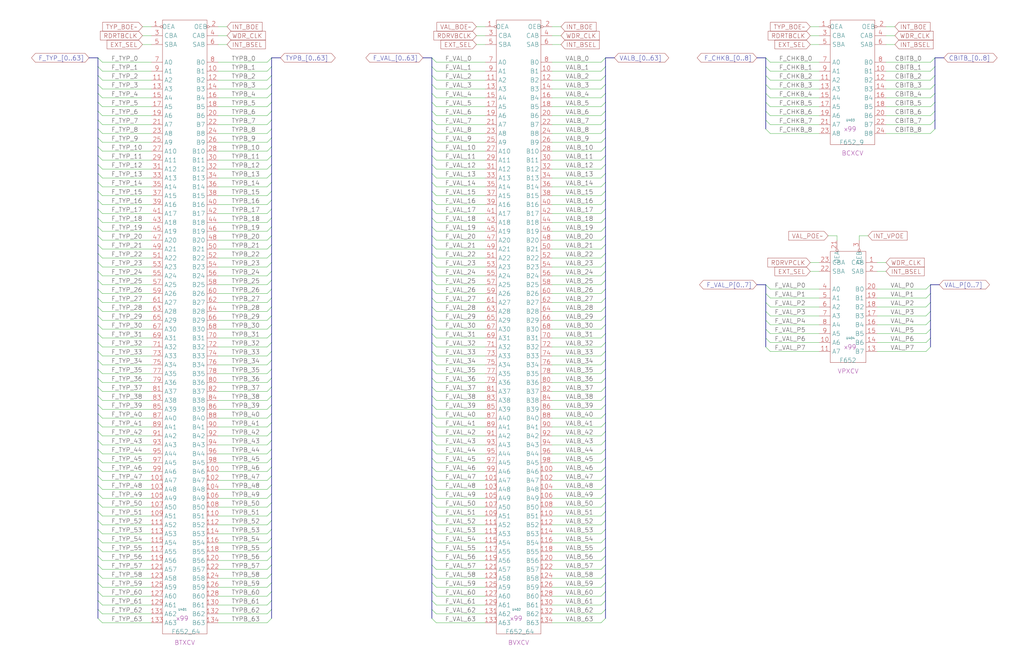
<source format=kicad_sch>
(kicad_sch (version 20221004) (generator eeschema)
  (paper "User" 584.2 378.46)
  (title_block (title "BXCVR\\nTYPE AND CHECKBITS") (date "08-MAR-90") (rev "0.0") (comment 1 "MEM32 BOARD") (comment 2 "232-003066") (comment 3 "S400") (comment 4 "RELEASED"))
  (bus_entry (at 436.88 73.66) (size 2.54 2.54))
  (bus_entry (at 246.38 160.02) (size 2.54 2.54))
  (bus_entry (at 246.38 78.74) (size 2.54 2.54))
  (bus_entry (at 246.38 48.26) (size 2.54 2.54))
  (bus_entry (at 436.88 193.04) (size 2.54 2.54))
  (bus_entry (at 533.4 43.18) (size -2.54 2.54))
  (bus_entry (at 246.38 342.9) (size 2.54 2.54))
  (bus_entry (at 345.44 332.74) (size -2.54 2.54))
  (bus_entry (at 345.44 241.3) (size -2.54 2.54))
  (bus_entry (at 55.88 38.1) (size 2.54 2.54))
  (bus_entry (at 246.38 256.54) (size 2.54 2.54))
  (bus_entry (at 154.94 58.42) (size -2.54 2.54))
  (bus_entry (at 246.38 165.1) (size 2.54 2.54))
  (bus_entry (at 345.44 58.42) (size -2.54 2.54))
  (bus_entry (at 55.88 185.42) (size 2.54 2.54))
  (bus_entry (at 154.94 93.98) (size -2.54 2.54))
  (bus_entry (at 246.38 63.5) (size 2.54 2.54))
  (bus_entry (at 345.44 347.98) (size -2.54 2.54))
  (bus_entry (at 530.86 193.04) (size -2.54 2.54))
  (bus_entry (at 55.88 149.86) (size 2.54 2.54))
  (bus_entry (at 246.38 93.98) (size 2.54 2.54))
  (bus_entry (at 154.94 327.66) (size -2.54 2.54))
  (bus_entry (at 154.94 347.98) (size -2.54 2.54))
  (bus_entry (at 246.38 241.3) (size 2.54 2.54))
  (bus_entry (at 345.44 170.18) (size -2.54 2.54))
  (bus_entry (at 55.88 68.58) (size 2.54 2.54))
  (bus_entry (at 246.38 175.26) (size 2.54 2.54))
  (bus_entry (at 154.94 226.06) (size -2.54 2.54))
  (bus_entry (at 533.4 53.34) (size -2.54 2.54))
  (bus_entry (at 246.38 347.98) (size 2.54 2.54))
  (bus_entry (at 154.94 144.78) (size -2.54 2.54))
  (bus_entry (at 530.86 172.72) (size -2.54 2.54))
  (bus_entry (at 154.94 165.1) (size -2.54 2.54))
  (bus_entry (at 154.94 236.22) (size -2.54 2.54))
  (bus_entry (at 154.94 68.58) (size -2.54 2.54))
  (bus_entry (at 246.38 210.82) (size 2.54 2.54))
  (bus_entry (at 55.88 104.14) (size 2.54 2.54))
  (bus_entry (at 246.38 195.58) (size 2.54 2.54))
  (bus_entry (at 345.44 231.14) (size -2.54 2.54))
  (bus_entry (at 246.38 58.42) (size 2.54 2.54))
  (bus_entry (at 533.4 38.1) (size -2.54 2.54))
  (bus_entry (at 154.94 154.94) (size -2.54 2.54))
  (bus_entry (at 55.88 215.9) (size 2.54 2.54))
  (bus_entry (at 246.38 297.18) (size 2.54 2.54))
  (bus_entry (at 55.88 109.22) (size 2.54 2.54))
  (bus_entry (at 154.94 78.74) (size -2.54 2.54))
  (bus_entry (at 246.38 215.9) (size 2.54 2.54))
  (bus_entry (at 154.94 195.58) (size -2.54 2.54))
  (bus_entry (at 154.94 302.26) (size -2.54 2.54))
  (bus_entry (at 345.44 104.14) (size -2.54 2.54))
  (bus_entry (at 154.94 99.06) (size -2.54 2.54))
  (bus_entry (at 246.38 99.06) (size 2.54 2.54))
  (bus_entry (at 530.86 182.88) (size -2.54 2.54))
  (bus_entry (at 246.38 124.46) (size 2.54 2.54))
  (bus_entry (at 154.94 256.54) (size -2.54 2.54))
  (bus_entry (at 55.88 144.78) (size 2.54 2.54))
  (bus_entry (at 345.44 154.94) (size -2.54 2.54))
  (bus_entry (at 55.88 256.54) (size 2.54 2.54))
  (bus_entry (at 55.88 33.02) (size 2.54 2.54))
  (bus_entry (at 345.44 317.5) (size -2.54 2.54))
  (bus_entry (at 55.88 43.18) (size 2.54 2.54))
  (bus_entry (at 55.88 129.54) (size 2.54 2.54))
  (bus_entry (at 246.38 53.34) (size 2.54 2.54))
  (bus_entry (at 246.38 134.62) (size 2.54 2.54))
  (bus_entry (at 154.94 38.1) (size -2.54 2.54))
  (bus_entry (at 345.44 33.02) (size -2.54 2.54))
  (bus_entry (at 55.88 312.42) (size 2.54 2.54))
  (bus_entry (at 154.94 114.3) (size -2.54 2.54))
  (bus_entry (at 345.44 124.46) (size -2.54 2.54))
  (bus_entry (at 55.88 210.82) (size 2.54 2.54))
  (bus_entry (at 154.94 337.82) (size -2.54 2.54))
  (bus_entry (at 55.88 327.66) (size 2.54 2.54))
  (bus_entry (at 55.88 154.94) (size 2.54 2.54))
  (bus_entry (at 436.88 68.58) (size 2.54 2.54))
  (bus_entry (at 154.94 180.34) (size -2.54 2.54))
  (bus_entry (at 533.4 73.66) (size -2.54 2.54))
  (bus_entry (at 345.44 99.06) (size -2.54 2.54))
  (bus_entry (at 345.44 149.86) (size -2.54 2.54))
  (bus_entry (at 345.44 114.3) (size -2.54 2.54))
  (bus_entry (at 154.94 53.34) (size -2.54 2.54))
  (bus_entry (at 154.94 129.54) (size -2.54 2.54))
  (bus_entry (at 55.88 266.7) (size 2.54 2.54))
  (bus_entry (at 55.88 226.06) (size 2.54 2.54))
  (bus_entry (at 246.38 114.3) (size 2.54 2.54))
  (bus_entry (at 246.38 281.94) (size 2.54 2.54))
  (bus_entry (at 246.38 185.42) (size 2.54 2.54))
  (bus_entry (at 345.44 215.9) (size -2.54 2.54))
  (bus_entry (at 55.88 307.34) (size 2.54 2.54))
  (bus_entry (at 154.94 287.02) (size -2.54 2.54))
  (bus_entry (at 345.44 175.26) (size -2.54 2.54))
  (bus_entry (at 246.38 302.26) (size 2.54 2.54))
  (bus_entry (at 345.44 134.62) (size -2.54 2.54))
  (bus_entry (at 154.94 210.82) (size -2.54 2.54))
  (bus_entry (at 154.94 149.86) (size -2.54 2.54))
  (bus_entry (at 55.88 317.5) (size 2.54 2.54))
  (bus_entry (at 345.44 129.54) (size -2.54 2.54))
  (bus_entry (at 55.88 287.02) (size 2.54 2.54))
  (bus_entry (at 55.88 160.02) (size 2.54 2.54))
  (bus_entry (at 345.44 68.58) (size -2.54 2.54))
  (bus_entry (at 55.88 246.38) (size 2.54 2.54))
  (bus_entry (at 345.44 200.66) (size -2.54 2.54))
  (bus_entry (at 154.94 312.42) (size -2.54 2.54))
  (bus_entry (at 154.94 271.78) (size -2.54 2.54))
  (bus_entry (at 154.94 43.18) (size -2.54 2.54))
  (bus_entry (at 55.88 93.98) (size 2.54 2.54))
  (bus_entry (at 345.44 53.34) (size -2.54 2.54))
  (bus_entry (at 154.94 251.46) (size -2.54 2.54))
  (bus_entry (at 345.44 78.74) (size -2.54 2.54))
  (bus_entry (at 533.4 58.42) (size -2.54 2.54))
  (bus_entry (at 55.88 342.9) (size 2.54 2.54))
  (bus_entry (at 55.88 180.34) (size 2.54 2.54))
  (bus_entry (at 345.44 144.78) (size -2.54 2.54))
  (bus_entry (at 154.94 104.14) (size -2.54 2.54))
  (bus_entry (at 246.38 170.18) (size 2.54 2.54))
  (bus_entry (at 530.86 177.8) (size -2.54 2.54))
  (bus_entry (at 345.44 281.94) (size -2.54 2.54))
  (bus_entry (at 246.38 200.66) (size 2.54 2.54))
  (bus_entry (at 154.94 160.02) (size -2.54 2.54))
  (bus_entry (at 345.44 271.78) (size -2.54 2.54))
  (bus_entry (at 345.44 337.82) (size -2.54 2.54))
  (bus_entry (at 55.88 53.34) (size 2.54 2.54))
  (bus_entry (at 345.44 251.46) (size -2.54 2.54))
  (bus_entry (at 154.94 200.66) (size -2.54 2.54))
  (bus_entry (at 55.88 114.3) (size 2.54 2.54))
  (bus_entry (at 345.44 43.18) (size -2.54 2.54))
  (bus_entry (at 55.88 63.5) (size 2.54 2.54))
  (bus_entry (at 246.38 109.22) (size 2.54 2.54))
  (bus_entry (at 55.88 322.58) (size 2.54 2.54))
  (bus_entry (at 246.38 154.94) (size 2.54 2.54))
  (bus_entry (at 246.38 266.7) (size 2.54 2.54))
  (bus_entry (at 246.38 271.78) (size 2.54 2.54))
  (bus_entry (at 55.88 83.82) (size 2.54 2.54))
  (bus_entry (at 246.38 276.86) (size 2.54 2.54))
  (bus_entry (at 530.86 167.64) (size -2.54 2.54))
  (bus_entry (at 530.86 187.96) (size -2.54 2.54))
  (bus_entry (at 345.44 266.7) (size -2.54 2.54))
  (bus_entry (at 345.44 185.42) (size -2.54 2.54))
  (bus_entry (at 345.44 73.66) (size -2.54 2.54))
  (bus_entry (at 246.38 236.22) (size 2.54 2.54))
  (bus_entry (at 345.44 210.82) (size -2.54 2.54))
  (bus_entry (at 55.88 170.18) (size 2.54 2.54))
  (bus_entry (at 436.88 162.56) (size 2.54 2.54))
  (bus_entry (at 345.44 48.26) (size -2.54 2.54))
  (bus_entry (at 55.88 99.06) (size 2.54 2.54))
  (bus_entry (at 55.88 241.3) (size 2.54 2.54))
  (bus_entry (at 345.44 190.5) (size -2.54 2.54))
  (bus_entry (at 246.38 180.34) (size 2.54 2.54))
  (bus_entry (at 436.88 172.72) (size 2.54 2.54))
  (bus_entry (at 436.88 48.26) (size 2.54 2.54))
  (bus_entry (at 246.38 317.5) (size 2.54 2.54))
  (bus_entry (at 55.88 205.74) (size 2.54 2.54))
  (bus_entry (at 246.38 73.66) (size 2.54 2.54))
  (bus_entry (at 345.44 353.06) (size -2.54 2.54))
  (bus_entry (at 436.88 43.18) (size 2.54 2.54))
  (bus_entry (at 436.88 33.02) (size 2.54 2.54))
  (bus_entry (at 246.38 322.58) (size 2.54 2.54))
  (bus_entry (at 246.38 43.18) (size 2.54 2.54))
  (bus_entry (at 530.86 198.12) (size -2.54 2.54))
  (bus_entry (at 55.88 332.74) (size 2.54 2.54))
  (bus_entry (at 154.94 33.02) (size -2.54 2.54))
  (bus_entry (at 436.88 53.34) (size 2.54 2.54))
  (bus_entry (at 246.38 307.34) (size 2.54 2.54))
  (bus_entry (at 55.88 251.46) (size 2.54 2.54))
  (bus_entry (at 55.88 292.1) (size 2.54 2.54))
  (bus_entry (at 246.38 144.78) (size 2.54 2.54))
  (bus_entry (at 154.94 185.42) (size -2.54 2.54))
  (bus_entry (at 55.88 347.98) (size 2.54 2.54))
  (bus_entry (at 154.94 134.62) (size -2.54 2.54))
  (bus_entry (at 246.38 251.46) (size 2.54 2.54))
  (bus_entry (at 154.94 175.26) (size -2.54 2.54))
  (bus_entry (at 345.44 256.54) (size -2.54 2.54))
  (bus_entry (at 345.44 246.38) (size -2.54 2.54))
  (bus_entry (at 246.38 129.54) (size 2.54 2.54))
  (bus_entry (at 154.94 266.7) (size -2.54 2.54))
  (bus_entry (at 154.94 297.18) (size -2.54 2.54))
  (bus_entry (at 55.88 195.58) (size 2.54 2.54))
  (bus_entry (at 345.44 220.98) (size -2.54 2.54))
  (bus_entry (at 55.88 271.78) (size 2.54 2.54))
  (bus_entry (at 154.94 119.38) (size -2.54 2.54))
  (bus_entry (at 436.88 58.42) (size 2.54 2.54))
  (bus_entry (at 154.94 139.7) (size -2.54 2.54))
  (bus_entry (at 55.88 88.9) (size 2.54 2.54))
  (bus_entry (at 345.44 205.74) (size -2.54 2.54))
  (bus_entry (at 154.94 292.1) (size -2.54 2.54))
  (bus_entry (at 154.94 276.86) (size -2.54 2.54))
  (bus_entry (at 246.38 104.14) (size 2.54 2.54))
  (bus_entry (at 246.38 226.06) (size 2.54 2.54))
  (bus_entry (at 154.94 215.9) (size -2.54 2.54))
  (bus_entry (at 55.88 119.38) (size 2.54 2.54))
  (bus_entry (at 154.94 241.3) (size -2.54 2.54))
  (bus_entry (at 436.88 182.88) (size 2.54 2.54))
  (bus_entry (at 246.38 68.58) (size 2.54 2.54))
  (bus_entry (at 345.44 302.26) (size -2.54 2.54))
  (bus_entry (at 246.38 38.1) (size 2.54 2.54))
  (bus_entry (at 345.44 93.98) (size -2.54 2.54))
  (bus_entry (at 55.88 353.06) (size 2.54 2.54))
  (bus_entry (at 55.88 261.62) (size 2.54 2.54))
  (bus_entry (at 154.94 281.94) (size -2.54 2.54))
  (bus_entry (at 154.94 63.5) (size -2.54 2.54))
  (bus_entry (at 55.88 58.42) (size 2.54 2.54))
  (bus_entry (at 154.94 109.22) (size -2.54 2.54))
  (bus_entry (at 345.44 322.58) (size -2.54 2.54))
  (bus_entry (at 55.88 73.66) (size 2.54 2.54))
  (bus_entry (at 345.44 297.18) (size -2.54 2.54))
  (bus_entry (at 345.44 88.9) (size -2.54 2.54))
  (bus_entry (at 345.44 236.22) (size -2.54 2.54))
  (bus_entry (at 436.88 187.96) (size 2.54 2.54))
  (bus_entry (at 246.38 139.7) (size 2.54 2.54))
  (bus_entry (at 345.44 139.7) (size -2.54 2.54))
  (bus_entry (at 55.88 134.62) (size 2.54 2.54))
  (bus_entry (at 345.44 327.66) (size -2.54 2.54))
  (bus_entry (at 154.94 307.34) (size -2.54 2.54))
  (bus_entry (at 345.44 38.1) (size -2.54 2.54))
  (bus_entry (at 533.4 68.58) (size -2.54 2.54))
  (bus_entry (at 246.38 119.38) (size 2.54 2.54))
  (bus_entry (at 436.88 38.1) (size 2.54 2.54))
  (bus_entry (at 246.38 231.14) (size 2.54 2.54))
  (bus_entry (at 436.88 167.64) (size 2.54 2.54))
  (bus_entry (at 533.4 48.26) (size -2.54 2.54))
  (bus_entry (at 530.86 162.56) (size -2.54 2.54))
  (bus_entry (at 154.94 73.66) (size -2.54 2.54))
  (bus_entry (at 55.88 281.94) (size 2.54 2.54))
  (bus_entry (at 154.94 246.38) (size -2.54 2.54))
  (bus_entry (at 154.94 353.06) (size -2.54 2.54))
  (bus_entry (at 154.94 317.5) (size -2.54 2.54))
  (bus_entry (at 345.44 180.34) (size -2.54 2.54))
  (bus_entry (at 246.38 337.82) (size 2.54 2.54))
  (bus_entry (at 154.94 261.62) (size -2.54 2.54))
  (bus_entry (at 154.94 83.82) (size -2.54 2.54))
  (bus_entry (at 345.44 312.42) (size -2.54 2.54))
  (bus_entry (at 436.88 177.8) (size 2.54 2.54))
  (bus_entry (at 246.38 261.62) (size 2.54 2.54))
  (bus_entry (at 246.38 83.82) (size 2.54 2.54))
  (bus_entry (at 246.38 312.42) (size 2.54 2.54))
  (bus_entry (at 246.38 220.98) (size 2.54 2.54))
  (bus_entry (at 345.44 83.82) (size -2.54 2.54))
  (bus_entry (at 55.88 165.1) (size 2.54 2.54))
  (bus_entry (at 345.44 287.02) (size -2.54 2.54))
  (bus_entry (at 246.38 292.1) (size 2.54 2.54))
  (bus_entry (at 345.44 165.1) (size -2.54 2.54))
  (bus_entry (at 345.44 109.22) (size -2.54 2.54))
  (bus_entry (at 55.88 236.22) (size 2.54 2.54))
  (bus_entry (at 55.88 276.86) (size 2.54 2.54))
  (bus_entry (at 345.44 292.1) (size -2.54 2.54))
  (bus_entry (at 246.38 190.5) (size 2.54 2.54))
  (bus_entry (at 345.44 307.34) (size -2.54 2.54))
  (bus_entry (at 246.38 33.02) (size 2.54 2.54))
  (bus_entry (at 436.88 63.5) (size 2.54 2.54))
  (bus_entry (at 345.44 276.86) (size -2.54 2.54))
  (bus_entry (at 154.94 48.26) (size -2.54 2.54))
  (bus_entry (at 55.88 302.26) (size 2.54 2.54))
  (bus_entry (at 246.38 246.38) (size 2.54 2.54))
  (bus_entry (at 246.38 353.06) (size 2.54 2.54))
  (bus_entry (at 533.4 33.02) (size -2.54 2.54))
  (bus_entry (at 345.44 226.06) (size -2.54 2.54))
  (bus_entry (at 154.94 322.58) (size -2.54 2.54))
  (bus_entry (at 345.44 119.38) (size -2.54 2.54))
  (bus_entry (at 533.4 63.5) (size -2.54 2.54))
  (bus_entry (at 55.88 200.66) (size 2.54 2.54))
  (bus_entry (at 154.94 88.9) (size -2.54 2.54))
  (bus_entry (at 55.88 48.26) (size 2.54 2.54))
  (bus_entry (at 246.38 287.02) (size 2.54 2.54))
  (bus_entry (at 345.44 342.9) (size -2.54 2.54))
  (bus_entry (at 246.38 332.74) (size 2.54 2.54))
  (bus_entry (at 345.44 160.02) (size -2.54 2.54))
  (bus_entry (at 154.94 332.74) (size -2.54 2.54))
  (bus_entry (at 246.38 327.66) (size 2.54 2.54))
  (bus_entry (at 154.94 124.46) (size -2.54 2.54))
  (bus_entry (at 55.88 337.82) (size 2.54 2.54))
  (bus_entry (at 55.88 78.74) (size 2.54 2.54))
  (bus_entry (at 55.88 220.98) (size 2.54 2.54))
  (bus_entry (at 154.94 220.98) (size -2.54 2.54))
  (bus_entry (at 55.88 124.46) (size 2.54 2.54))
  (bus_entry (at 154.94 205.74) (size -2.54 2.54))
  (bus_entry (at 345.44 195.58) (size -2.54 2.54))
  (bus_entry (at 154.94 342.9) (size -2.54 2.54))
  (bus_entry (at 154.94 170.18) (size -2.54 2.54))
  (bus_entry (at 55.88 175.26) (size 2.54 2.54))
  (bus_entry (at 55.88 139.7) (size 2.54 2.54))
  (bus_entry (at 345.44 63.5) (size -2.54 2.54))
  (bus_entry (at 246.38 205.74) (size 2.54 2.54))
  (bus_entry (at 246.38 88.9) (size 2.54 2.54))
  (bus_entry (at 55.88 297.18) (size 2.54 2.54))
  (bus_entry (at 154.94 190.5) (size -2.54 2.54))
  (bus_entry (at 436.88 198.12) (size 2.54 2.54))
  (bus_entry (at 55.88 190.5) (size 2.54 2.54))
  (bus_entry (at 246.38 149.86) (size 2.54 2.54))
  (bus_entry (at 154.94 231.14) (size -2.54 2.54))
  (bus_entry (at 55.88 231.14) (size 2.54 2.54))
  (bus_entry (at 345.44 261.62) (size -2.54 2.54))
  (bus (pts (xy 345.44 58.42) (xy 345.44 63.5)))
  (bus (pts (xy 160.02 33.02) (xy 154.94 33.02)))
  (wire (pts (xy 58.42 350.52) (xy 86.36 350.52)))
  (bus (pts (xy 246.38 33.02) (xy 246.38 38.1)))
  (bus (pts (xy 246.38 210.82) (xy 246.38 215.9)))
  (bus (pts (xy 55.88 195.58) (xy 55.88 200.66)))
  (bus (pts (xy 246.38 78.74) (xy 246.38 83.82)))
  (wire (pts (xy 58.42 213.36) (xy 86.36 213.36)))
  (wire (pts (xy 505.46 40.64) (xy 530.86 40.64)))
  (bus (pts (xy 154.94 317.5) (xy 154.94 322.58)))
  (wire (pts (xy 248.92 101.6) (xy 276.86 101.6)))
  (bus (pts (xy 246.38 129.54) (xy 246.38 134.62)))
  (wire (pts (xy 124.46 355.6) (xy 152.4 355.6)))
  (bus (pts (xy 55.88 200.66) (xy 55.88 205.74)))
  (bus (pts (xy 154.94 33.02) (xy 154.94 38.1)))
  (wire (pts (xy 314.96 314.96) (xy 342.9 314.96)))
  (bus (pts (xy 530.86 167.64) (xy 530.86 172.72)))
  (wire (pts (xy 124.46 137.16) (xy 152.4 137.16)))
  (wire (pts (xy 58.42 289.56) (xy 86.36 289.56)))
  (bus (pts (xy 55.88 205.74) (xy 55.88 210.82)))
  (wire (pts (xy 248.92 96.52) (xy 276.86 96.52)))
  (wire (pts (xy 439.42 76.2) (xy 467.36 76.2)))
  (wire (pts (xy 314.96 218.44) (xy 342.9 218.44)))
  (bus (pts (xy 154.94 99.06) (xy 154.94 104.14)))
  (bus (pts (xy 154.94 266.7) (xy 154.94 271.78)))
  (wire (pts (xy 248.92 147.32) (xy 276.86 147.32)))
  (bus (pts (xy 154.94 114.3) (xy 154.94 119.38)))
  (bus (pts (xy 530.86 182.88) (xy 530.86 187.96)))
  (wire (pts (xy 124.46 193.04) (xy 152.4 193.04)))
  (wire (pts (xy 58.42 182.88) (xy 86.36 182.88)))
  (bus (pts (xy 345.44 99.06) (xy 345.44 104.14)))
  (wire (pts (xy 248.92 55.88) (xy 276.86 55.88)))
  (wire (pts (xy 124.46 187.96) (xy 152.4 187.96)))
  (bus (pts (xy 154.94 165.1) (xy 154.94 170.18)))
  (wire (pts (xy 58.42 40.64) (xy 86.36 40.64)))
  (bus (pts (xy 154.94 78.74) (xy 154.94 83.82)))
  (bus (pts (xy 154.94 43.18) (xy 154.94 48.26)))
  (wire (pts (xy 248.92 335.28) (xy 276.86 335.28)))
  (wire (pts (xy 248.92 248.92) (xy 276.86 248.92)))
  (bus (pts (xy 436.88 162.56) (xy 436.88 167.64)))
  (wire (pts (xy 314.96 76.2) (xy 342.9 76.2)))
  (bus (pts (xy 246.38 73.66) (xy 246.38 78.74)))
  (bus (pts (xy 246.38 63.5) (xy 246.38 68.58)))
  (bus (pts (xy 55.88 327.66) (xy 55.88 332.74)))
  (wire (pts (xy 271.78 15.24) (xy 276.86 15.24)))
  (wire (pts (xy 124.46 284.48) (xy 152.4 284.48)))
  (bus (pts (xy 345.44 63.5) (xy 345.44 68.58)))
  (wire (pts (xy 314.96 172.72) (xy 342.9 172.72)))
  (wire (pts (xy 124.46 152.4) (xy 152.4 152.4)))
  (bus (pts (xy 345.44 322.58) (xy 345.44 327.66)))
  (bus (pts (xy 345.44 220.98) (xy 345.44 226.06)))
  (wire (pts (xy 124.46 208.28) (xy 152.4 208.28)))
  (wire (pts (xy 248.92 45.72) (xy 276.86 45.72)))
  (wire (pts (xy 124.46 50.8) (xy 152.4 50.8)))
  (wire (pts (xy 314.96 340.36) (xy 342.9 340.36)))
  (bus (pts (xy 55.88 58.42) (xy 55.88 63.5)))
  (bus (pts (xy 246.38 185.42) (xy 246.38 190.5)))
  (bus (pts (xy 345.44 287.02) (xy 345.44 292.1)))
  (wire (pts (xy 314.96 228.6) (xy 342.9 228.6)))
  (wire (pts (xy 124.46 81.28) (xy 152.4 81.28)))
  (bus (pts (xy 55.88 160.02) (xy 55.88 165.1)))
  (bus (pts (xy 246.38 332.74) (xy 246.38 337.82)))
  (bus (pts (xy 530.86 162.56) (xy 530.86 167.64)))
  (bus (pts (xy 345.44 276.86) (xy 345.44 281.94)))
  (wire (pts (xy 500.38 190.5) (xy 528.32 190.5)))
  (bus (pts (xy 345.44 129.54) (xy 345.44 134.62)))
  (wire (pts (xy 81.28 25.4) (xy 86.36 25.4)))
  (wire (pts (xy 439.42 60.96) (xy 467.36 60.96)))
  (wire (pts (xy 505.46 50.8) (xy 530.86 50.8)))
  (bus (pts (xy 55.88 104.14) (xy 55.88 109.22)))
  (bus (pts (xy 436.88 172.72) (xy 436.88 177.8)))
  (bus (pts (xy 154.94 53.34) (xy 154.94 58.42)))
  (bus (pts (xy 55.88 53.34) (xy 55.88 58.42)))
  (wire (pts (xy 248.92 66.04) (xy 276.86 66.04)))
  (bus (pts (xy 55.88 149.86) (xy 55.88 154.94)))
  (wire (pts (xy 248.92 172.72) (xy 276.86 172.72)))
  (bus (pts (xy 246.38 175.26) (xy 246.38 180.34)))
  (wire (pts (xy 314.96 132.08) (xy 342.9 132.08)))
  (wire (pts (xy 124.46 279.4) (xy 152.4 279.4)))
  (wire (pts (xy 314.96 304.8) (xy 342.9 304.8)))
  (wire (pts (xy 490.22 134.62) (xy 495.3 134.62)))
  (bus (pts (xy 436.88 53.34) (xy 436.88 58.42)))
  (wire (pts (xy 248.92 284.48) (xy 276.86 284.48)))
  (bus (pts (xy 436.88 68.58) (xy 436.88 73.66)))
  (bus (pts (xy 345.44 281.94) (xy 345.44 287.02)))
  (bus (pts (xy 55.88 99.06) (xy 55.88 104.14)))
  (bus (pts (xy 246.38 93.98) (xy 246.38 99.06)))
  (bus (pts (xy 55.88 180.34) (xy 55.88 185.42)))
  (bus (pts (xy 55.88 210.82) (xy 55.88 215.9)))
  (bus (pts (xy 246.38 180.34) (xy 246.38 185.42)))
  (bus (pts (xy 154.94 109.22) (xy 154.94 114.3)))
  (wire (pts (xy 472.44 134.62) (xy 477.52 134.62)))
  (wire (pts (xy 314.96 127) (xy 342.9 127)))
  (wire (pts (xy 314.96 254) (xy 342.9 254)))
  (bus (pts (xy 154.94 297.18) (xy 154.94 302.26)))
  (bus (pts (xy 154.94 68.58) (xy 154.94 73.66)))
  (bus (pts (xy 154.94 256.54) (xy 154.94 261.62)))
  (bus (pts (xy 436.88 48.26) (xy 436.88 53.34)))
  (wire (pts (xy 58.42 223.52) (xy 86.36 223.52)))
  (bus (pts (xy 345.44 307.34) (xy 345.44 312.42)))
  (wire (pts (xy 314.96 35.56) (xy 342.9 35.56)))
  (bus (pts (xy 55.88 307.34) (xy 55.88 312.42)))
  (bus (pts (xy 154.94 149.86) (xy 154.94 154.94)))
  (bus (pts (xy 246.38 170.18) (xy 246.38 175.26)))
  (wire (pts (xy 248.92 142.24) (xy 276.86 142.24)))
  (wire (pts (xy 58.42 320.04) (xy 86.36 320.04)))
  (wire (pts (xy 314.96 15.24) (xy 320.04 15.24)))
  (wire (pts (xy 248.92 243.84) (xy 276.86 243.84)))
  (wire (pts (xy 248.92 299.72) (xy 276.86 299.72)))
  (bus (pts (xy 345.44 48.26) (xy 345.44 53.34)))
  (wire (pts (xy 314.96 203.2) (xy 342.9 203.2)))
  (wire (pts (xy 505.46 76.2) (xy 530.86 76.2)))
  (wire (pts (xy 58.42 345.44) (xy 86.36 345.44)))
  (bus (pts (xy 154.94 38.1) (xy 154.94 43.18)))
  (wire (pts (xy 124.46 86.36) (xy 152.4 86.36)))
  (wire (pts (xy 124.46 325.12) (xy 152.4 325.12)))
  (wire (pts (xy 248.92 76.2) (xy 276.86 76.2)))
  (wire (pts (xy 248.92 91.44) (xy 276.86 91.44)))
  (wire (pts (xy 58.42 35.56) (xy 86.36 35.56)))
  (bus (pts (xy 154.94 281.94) (xy 154.94 287.02)))
  (wire (pts (xy 314.96 335.28) (xy 342.9 335.28)))
  (wire (pts (xy 248.92 60.96) (xy 276.86 60.96)))
  (bus (pts (xy 55.88 302.26) (xy 55.88 307.34)))
  (bus (pts (xy 533.4 48.26) (xy 533.4 53.34)))
  (bus (pts (xy 436.88 167.64) (xy 436.88 172.72)))
  (wire (pts (xy 124.46 101.6) (xy 152.4 101.6)))
  (wire (pts (xy 439.42 45.72) (xy 467.36 45.72)))
  (wire (pts (xy 58.42 274.32) (xy 86.36 274.32)))
  (bus (pts (xy 345.44 200.66) (xy 345.44 205.74)))
  (wire (pts (xy 314.96 20.32) (xy 320.04 20.32)))
  (bus (pts (xy 246.38 292.1) (xy 246.38 297.18)))
  (wire (pts (xy 58.42 340.36) (xy 86.36 340.36)))
  (wire (pts (xy 248.92 254) (xy 276.86 254)))
  (bus (pts (xy 246.38 256.54) (xy 246.38 261.62)))
  (bus (pts (xy 55.88 215.9) (xy 55.88 220.98)))
  (bus (pts (xy 436.88 58.42) (xy 436.88 63.5)))
  (wire (pts (xy 439.42 190.5) (xy 467.36 190.5)))
  (wire (pts (xy 248.92 279.4) (xy 276.86 279.4)))
  (bus (pts (xy 154.94 342.9) (xy 154.94 347.98)))
  (bus (pts (xy 345.44 271.78) (xy 345.44 276.86)))
  (bus (pts (xy 154.94 154.94) (xy 154.94 160.02)))
  (bus (pts (xy 154.94 139.7) (xy 154.94 144.78)))
  (wire (pts (xy 124.46 127) (xy 152.4 127)))
  (wire (pts (xy 124.46 182.88) (xy 152.4 182.88)))
  (bus (pts (xy 55.88 68.58) (xy 55.88 73.66)))
  (wire (pts (xy 124.46 91.44) (xy 152.4 91.44)))
  (bus (pts (xy 246.38 312.42) (xy 246.38 317.5)))
  (wire (pts (xy 314.96 289.56) (xy 342.9 289.56)))
  (wire (pts (xy 124.46 254) (xy 152.4 254)))
  (wire (pts (xy 58.42 299.72) (xy 86.36 299.72)))
  (bus (pts (xy 55.88 154.94) (xy 55.88 160.02)))
  (bus (pts (xy 345.44 170.18) (xy 345.44 175.26)))
  (bus (pts (xy 55.88 38.1) (xy 55.88 43.18)))
  (wire (pts (xy 124.46 162.56) (xy 152.4 162.56)))
  (bus (pts (xy 345.44 119.38) (xy 345.44 124.46)))
  (wire (pts (xy 462.28 15.24) (xy 467.36 15.24)))
  (wire (pts (xy 124.46 111.76) (xy 152.4 111.76)))
  (wire (pts (xy 314.96 187.96) (xy 342.9 187.96)))
  (bus (pts (xy 154.94 48.26) (xy 154.94 53.34)))
  (wire (pts (xy 124.46 243.84) (xy 152.4 243.84)))
  (wire (pts (xy 124.46 314.96) (xy 152.4 314.96)))
  (bus (pts (xy 431.8 33.02) (xy 436.88 33.02)))
  (wire (pts (xy 500.38 149.86) (xy 505.46 149.86)))
  (wire (pts (xy 248.92 182.88) (xy 276.86 182.88)))
  (bus (pts (xy 530.86 187.96) (xy 530.86 193.04)))
  (bus (pts (xy 154.94 160.02) (xy 154.94 165.1)))
  (wire (pts (xy 124.46 198.12) (xy 152.4 198.12)))
  (wire (pts (xy 248.92 127) (xy 276.86 127)))
  (wire (pts (xy 314.96 142.24) (xy 342.9 142.24)))
  (wire (pts (xy 314.96 243.84) (xy 342.9 243.84)))
  (bus (pts (xy 345.44 302.26) (xy 345.44 307.34)))
  (bus (pts (xy 246.38 302.26) (xy 246.38 307.34)))
  (wire (pts (xy 124.46 350.52) (xy 152.4 350.52)))
  (bus (pts (xy 55.88 231.14) (xy 55.88 236.22)))
  (wire (pts (xy 314.96 137.16) (xy 342.9 137.16)))
  (bus (pts (xy 246.38 83.82) (xy 246.38 88.9)))
  (wire (pts (xy 439.42 180.34) (xy 467.36 180.34)))
  (bus (pts (xy 55.88 236.22) (xy 55.88 241.3)))
  (wire (pts (xy 248.92 269.24) (xy 276.86 269.24)))
  (bus (pts (xy 436.88 43.18) (xy 436.88 48.26)))
  (wire (pts (xy 58.42 157.48) (xy 86.36 157.48)))
  (bus (pts (xy 345.44 114.3) (xy 345.44 119.38)))
  (wire (pts (xy 314.96 101.6) (xy 342.9 101.6)))
  (bus (pts (xy 345.44 93.98) (xy 345.44 99.06)))
  (wire (pts (xy 58.42 208.28) (xy 86.36 208.28)))
  (bus (pts (xy 55.88 43.18) (xy 55.88 48.26)))
  (bus (pts (xy 55.88 251.46) (xy 55.88 256.54)))
  (bus (pts (xy 55.88 226.06) (xy 55.88 231.14)))
  (wire (pts (xy 124.46 213.36) (xy 152.4 213.36)))
  (wire (pts (xy 248.92 259.08) (xy 276.86 259.08)))
  (bus (pts (xy 246.38 139.7) (xy 246.38 144.78)))
  (bus (pts (xy 246.38 109.22) (xy 246.38 114.3)))
  (wire (pts (xy 124.46 71.12) (xy 152.4 71.12)))
  (wire (pts (xy 314.96 167.64) (xy 342.9 167.64)))
  (wire (pts (xy 58.42 228.6) (xy 86.36 228.6)))
  (wire (pts (xy 462.28 154.94) (xy 467.36 154.94)))
  (bus (pts (xy 55.88 48.26) (xy 55.88 53.34)))
  (bus (pts (xy 345.44 68.58) (xy 345.44 73.66)))
  (wire (pts (xy 58.42 254) (xy 86.36 254)))
  (bus (pts (xy 345.44 332.74) (xy 345.44 337.82)))
  (bus (pts (xy 345.44 266.7) (xy 345.44 271.78)))
  (bus (pts (xy 154.94 190.5) (xy 154.94 195.58)))
  (wire (pts (xy 248.92 167.64) (xy 276.86 167.64)))
  (wire (pts (xy 248.92 233.68) (xy 276.86 233.68)))
  (bus (pts (xy 154.94 231.14) (xy 154.94 236.22)))
  (wire (pts (xy 248.92 187.96) (xy 276.86 187.96)))
  (bus (pts (xy 436.88 33.02) (xy 436.88 38.1)))
  (bus (pts (xy 55.88 292.1) (xy 55.88 297.18)))
  (wire (pts (xy 58.42 198.12) (xy 86.36 198.12)))
  (bus (pts (xy 246.38 134.62) (xy 246.38 139.7)))
  (wire (pts (xy 58.42 101.6) (xy 86.36 101.6)))
  (bus (pts (xy 345.44 226.06) (xy 345.44 231.14)))
  (bus (pts (xy 154.94 332.74) (xy 154.94 337.82)))
  (bus (pts (xy 154.94 251.46) (xy 154.94 256.54)))
  (bus (pts (xy 345.44 73.66) (xy 345.44 78.74)))
  (wire (pts (xy 124.46 320.04) (xy 152.4 320.04)))
  (bus (pts (xy 345.44 160.02) (xy 345.44 165.1)))
  (bus (pts (xy 154.94 226.06) (xy 154.94 231.14)))
  (wire (pts (xy 124.46 20.32) (xy 129.54 20.32)))
  (bus (pts (xy 530.86 162.56) (xy 535.94 162.56)))
  (wire (pts (xy 248.92 304.8) (xy 276.86 304.8)))
  (wire (pts (xy 124.46 345.44) (xy 152.4 345.44)))
  (wire (pts (xy 314.96 111.76) (xy 342.9 111.76)))
  (bus (pts (xy 345.44 241.3) (xy 345.44 246.38)))
  (wire (pts (xy 248.92 106.68) (xy 276.86 106.68)))
  (bus (pts (xy 246.38 261.62) (xy 246.38 266.7)))
  (bus (pts (xy 154.94 302.26) (xy 154.94 307.34)))
  (bus (pts (xy 55.88 271.78) (xy 55.88 276.86)))
  (bus (pts (xy 345.44 210.82) (xy 345.44 215.9)))
  (wire (pts (xy 314.96 147.32) (xy 342.9 147.32)))
  (bus (pts (xy 345.44 124.46) (xy 345.44 129.54)))
  (bus (pts (xy 246.38 347.98) (xy 246.38 353.06)))
  (bus (pts (xy 345.44 154.94) (xy 345.44 160.02)))
  (wire (pts (xy 248.92 177.8) (xy 276.86 177.8)))
  (wire (pts (xy 124.46 157.48) (xy 152.4 157.48)))
  (bus (pts (xy 246.38 200.66) (xy 246.38 205.74)))
  (bus (pts (xy 154.94 337.82) (xy 154.94 342.9)))
  (bus (pts (xy 246.38 58.42) (xy 246.38 63.5)))
  (bus (pts (xy 345.44 236.22) (xy 345.44 241.3)))
  (bus (pts (xy 345.44 195.58) (xy 345.44 200.66)))
  (wire (pts (xy 314.96 177.8) (xy 342.9 177.8)))
  (wire (pts (xy 58.42 147.32) (xy 86.36 147.32)))
  (bus (pts (xy 345.44 185.42) (xy 345.44 190.5)))
  (bus (pts (xy 246.38 220.98) (xy 246.38 226.06)))
  (bus (pts (xy 154.94 104.14) (xy 154.94 109.22)))
  (bus (pts (xy 241.3 33.02) (xy 246.38 33.02)))
  (bus (pts (xy 246.38 271.78) (xy 246.38 276.86)))
  (wire (pts (xy 58.42 259.08) (xy 86.36 259.08)))
  (wire (pts (xy 439.42 170.18) (xy 467.36 170.18)))
  (bus (pts (xy 345.44 347.98) (xy 345.44 353.06)))
  (bus (pts (xy 533.4 58.42) (xy 533.4 63.5)))
  (wire (pts (xy 248.92 238.76) (xy 276.86 238.76)))
  (wire (pts (xy 124.46 203.2) (xy 152.4 203.2)))
  (wire (pts (xy 500.38 200.66) (xy 528.32 200.66)))
  (bus (pts (xy 246.38 48.26) (xy 246.38 53.34)))
  (bus (pts (xy 246.38 337.82) (xy 246.38 342.9)))
  (wire (pts (xy 314.96 152.4) (xy 342.9 152.4)))
  (wire (pts (xy 124.46 289.56) (xy 152.4 289.56)))
  (wire (pts (xy 58.42 96.52) (xy 86.36 96.52)))
  (bus (pts (xy 246.38 104.14) (xy 246.38 109.22)))
  (wire (pts (xy 439.42 195.58) (xy 467.36 195.58)))
  (bus (pts (xy 345.44 139.7) (xy 345.44 144.78)))
  (wire (pts (xy 58.42 294.64) (xy 86.36 294.64)))
  (wire (pts (xy 314.96 162.56) (xy 342.9 162.56)))
  (wire (pts (xy 124.46 116.84) (xy 152.4 116.84)))
  (wire (pts (xy 505.46 66.04) (xy 530.86 66.04)))
  (wire (pts (xy 500.38 154.94) (xy 505.46 154.94)))
  (wire (pts (xy 462.28 149.86) (xy 467.36 149.86)))
  (wire (pts (xy 58.42 284.48) (xy 86.36 284.48)))
  (bus (pts (xy 246.38 231.14) (xy 246.38 236.22)))
  (bus (pts (xy 55.88 185.42) (xy 55.88 190.5)))
  (wire (pts (xy 248.92 223.52) (xy 276.86 223.52)))
  (wire (pts (xy 248.92 228.6) (xy 276.86 228.6)))
  (wire (pts (xy 439.42 66.04) (xy 467.36 66.04)))
  (wire (pts (xy 248.92 218.44) (xy 276.86 218.44)))
  (bus (pts (xy 154.94 322.58) (xy 154.94 327.66)))
  (wire (pts (xy 124.46 55.88) (xy 152.4 55.88)))
  (wire (pts (xy 505.46 55.88) (xy 530.86 55.88)))
  (bus (pts (xy 246.38 246.38) (xy 246.38 251.46)))
  (wire (pts (xy 248.92 198.12) (xy 276.86 198.12)))
  (wire (pts (xy 314.96 40.64) (xy 342.9 40.64)))
  (bus (pts (xy 345.44 231.14) (xy 345.44 236.22)))
  (wire (pts (xy 58.42 279.4) (xy 86.36 279.4)))
  (wire (pts (xy 248.92 193.04) (xy 276.86 193.04)))
  (bus (pts (xy 154.94 210.82) (xy 154.94 215.9)))
  (bus (pts (xy 246.38 322.58) (xy 246.38 327.66)))
  (wire (pts (xy 248.92 157.48) (xy 276.86 157.48)))
  (wire (pts (xy 124.46 177.8) (xy 152.4 177.8)))
  (wire (pts (xy 124.46 238.76) (xy 152.4 238.76)))
  (wire (pts (xy 248.92 340.36) (xy 276.86 340.36)))
  (bus (pts (xy 345.44 78.74) (xy 345.44 83.82)))
  (bus (pts (xy 246.38 276.86) (xy 246.38 281.94)))
  (wire (pts (xy 314.96 330.2) (xy 342.9 330.2)))
  (wire (pts (xy 58.42 248.92) (xy 86.36 248.92)))
  (bus (pts (xy 246.38 241.3) (xy 246.38 246.38)))
  (wire (pts (xy 314.96 198.12) (xy 342.9 198.12)))
  (wire (pts (xy 505.46 71.12) (xy 530.86 71.12)))
  (wire (pts (xy 314.96 81.28) (xy 342.9 81.28)))
  (bus (pts (xy 246.38 195.58) (xy 246.38 200.66)))
  (wire (pts (xy 505.46 20.32) (xy 510.54 20.32)))
  (wire (pts (xy 58.42 218.44) (xy 86.36 218.44)))
  (bus (pts (xy 55.88 337.82) (xy 55.88 342.9)))
  (bus (pts (xy 533.4 38.1) (xy 533.4 43.18)))
  (wire (pts (xy 58.42 167.64) (xy 86.36 167.64)))
  (bus (pts (xy 246.38 38.1) (xy 246.38 43.18)))
  (wire (pts (xy 314.96 71.12) (xy 342.9 71.12)))
  (bus (pts (xy 154.94 347.98) (xy 154.94 353.06)))
  (bus (pts (xy 345.44 175.26) (xy 345.44 180.34)))
  (wire (pts (xy 58.42 121.92) (xy 86.36 121.92)))
  (bus (pts (xy 154.94 312.42) (xy 154.94 317.5)))
  (wire (pts (xy 439.42 55.88) (xy 467.36 55.88)))
  (wire (pts (xy 314.96 106.68) (xy 342.9 106.68)))
  (bus (pts (xy 55.88 220.98) (xy 55.88 226.06)))
  (wire (pts (xy 248.92 35.56) (xy 276.86 35.56)))
  (wire (pts (xy 124.46 248.92) (xy 152.4 248.92)))
  (wire (pts (xy 58.42 76.2) (xy 86.36 76.2)))
  (wire (pts (xy 58.42 66.04) (xy 86.36 66.04)))
  (bus (pts (xy 246.38 144.78) (xy 246.38 149.86)))
  (wire (pts (xy 124.46 15.24) (xy 129.54 15.24)))
  (wire (pts (xy 314.96 269.24) (xy 342.9 269.24)))
  (wire (pts (xy 314.96 25.4) (xy 320.04 25.4)))
  (wire (pts (xy 248.92 289.56) (xy 276.86 289.56)))
  (bus (pts (xy 55.88 347.98) (xy 55.88 353.06)))
  (wire (pts (xy 500.38 170.18) (xy 528.32 170.18)))
  (bus (pts (xy 154.94 73.66) (xy 154.94 78.74)))
  (bus (pts (xy 55.88 276.86) (xy 55.88 281.94)))
  (bus (pts (xy 55.88 297.18) (xy 55.88 302.26)))
  (wire (pts (xy 271.78 25.4) (xy 276.86 25.4)))
  (bus (pts (xy 345.44 190.5) (xy 345.44 195.58)))
  (wire (pts (xy 124.46 106.68) (xy 152.4 106.68)))
  (wire (pts (xy 124.46 304.8) (xy 152.4 304.8)))
  (bus (pts (xy 246.38 226.06) (xy 246.38 231.14)))
  (wire (pts (xy 248.92 81.28) (xy 276.86 81.28)))
  (bus (pts (xy 533.4 53.34) (xy 533.4 58.42)))
  (wire (pts (xy 58.42 233.68) (xy 86.36 233.68)))
  (bus (pts (xy 55.88 241.3) (xy 55.88 246.38)))
  (wire (pts (xy 248.92 330.2) (xy 276.86 330.2)))
  (wire (pts (xy 124.46 259.08) (xy 152.4 259.08)))
  (wire (pts (xy 314.96 350.52) (xy 342.9 350.52)))
  (bus (pts (xy 55.88 33.02) (xy 55.88 38.1)))
  (bus (pts (xy 154.94 93.98) (xy 154.94 99.06)))
  (wire (pts (xy 439.42 50.8) (xy 467.36 50.8)))
  (bus (pts (xy 154.94 119.38) (xy 154.94 124.46)))
  (bus (pts (xy 55.88 332.74) (xy 55.88 337.82)))
  (wire (pts (xy 439.42 185.42) (xy 467.36 185.42)))
  (bus (pts (xy 345.44 149.86) (xy 345.44 154.94)))
  (wire (pts (xy 314.96 248.92) (xy 342.9 248.92)))
  (bus (pts (xy 154.94 327.66) (xy 154.94 332.74)))
  (bus (pts (xy 55.88 63.5) (xy 55.88 68.58)))
  (bus (pts (xy 55.88 124.46) (xy 55.88 129.54)))
  (wire (pts (xy 500.38 195.58) (xy 528.32 195.58)))
  (wire (pts (xy 124.46 132.08) (xy 152.4 132.08)))
  (wire (pts (xy 124.46 228.6) (xy 152.4 228.6)))
  (bus (pts (xy 246.38 53.34) (xy 246.38 58.42)))
  (wire (pts (xy 314.96 259.08) (xy 342.9 259.08)))
  (bus (pts (xy 154.94 276.86) (xy 154.94 281.94)))
  (bus (pts (xy 436.88 187.96) (xy 436.88 193.04)))
  (wire (pts (xy 314.96 213.36) (xy 342.9 213.36)))
  (wire (pts (xy 314.96 264.16) (xy 342.9 264.16)))
  (bus (pts (xy 154.94 236.22) (xy 154.94 241.3)))
  (wire (pts (xy 58.42 335.28) (xy 86.36 335.28)))
  (wire (pts (xy 314.96 86.36) (xy 342.9 86.36)))
  (wire (pts (xy 314.96 284.48) (xy 342.9 284.48)))
  (wire (pts (xy 248.92 274.32) (xy 276.86 274.32)))
  (bus (pts (xy 246.38 124.46) (xy 246.38 129.54)))
  (wire (pts (xy 124.46 223.52) (xy 152.4 223.52)))
  (bus (pts (xy 154.94 241.3) (xy 154.94 246.38)))
  (wire (pts (xy 248.92 71.12) (xy 276.86 71.12)))
  (wire (pts (xy 314.96 45.72) (xy 342.9 45.72)))
  (bus (pts (xy 246.38 160.02) (xy 246.38 165.1)))
  (wire (pts (xy 248.92 203.2) (xy 276.86 203.2)))
  (wire (pts (xy 314.96 233.68) (xy 342.9 233.68)))
  (bus (pts (xy 246.38 327.66) (xy 246.38 332.74)))
  (wire (pts (xy 248.92 208.28) (xy 276.86 208.28)))
  (wire (pts (xy 314.96 208.28) (xy 342.9 208.28)))
  (wire (pts (xy 124.46 335.28) (xy 152.4 335.28)))
  (bus (pts (xy 436.88 38.1) (xy 436.88 43.18)))
  (bus (pts (xy 154.94 261.62) (xy 154.94 266.7)))
  (wire (pts (xy 248.92 152.4) (xy 276.86 152.4)))
  (wire (pts (xy 124.46 330.2) (xy 152.4 330.2)))
  (wire (pts (xy 58.42 116.84) (xy 86.36 116.84)))
  (bus (pts (xy 246.38 68.58) (xy 246.38 73.66)))
  (bus (pts (xy 154.94 170.18) (xy 154.94 175.26)))
  (wire (pts (xy 314.96 182.88) (xy 342.9 182.88)))
  (wire (pts (xy 124.46 76.2) (xy 152.4 76.2)))
  (wire (pts (xy 500.38 165.1) (xy 528.32 165.1)))
  (bus (pts (xy 345.44 337.82) (xy 345.44 342.9)))
  (wire (pts (xy 58.42 152.4) (xy 86.36 152.4)))
  (wire (pts (xy 58.42 172.72) (xy 86.36 172.72)))
  (wire (pts (xy 58.42 142.24) (xy 86.36 142.24)))
  (wire (pts (xy 58.42 86.36) (xy 86.36 86.36)))
  (wire (pts (xy 314.96 309.88) (xy 342.9 309.88)))
  (wire (pts (xy 58.42 132.08) (xy 86.36 132.08)))
  (wire (pts (xy 505.46 60.96) (xy 530.86 60.96)))
  (bus (pts (xy 55.88 144.78) (xy 55.88 149.86)))
  (bus (pts (xy 55.88 322.58) (xy 55.88 327.66)))
  (wire (pts (xy 58.42 81.28) (xy 86.36 81.28)))
  (bus (pts (xy 154.94 144.78) (xy 154.94 149.86)))
  (wire (pts (xy 248.92 50.8) (xy 276.86 50.8)))
  (bus (pts (xy 55.88 246.38) (xy 55.88 251.46)))
  (bus (pts (xy 246.38 114.3) (xy 246.38 119.38)))
  (bus (pts (xy 246.38 281.94) (xy 246.38 287.02)))
  (bus (pts (xy 246.38 149.86) (xy 246.38 154.94)))
  (bus (pts (xy 246.38 88.9) (xy 246.38 93.98)))
  (bus (pts (xy 246.38 236.22) (xy 246.38 241.3)))
  (bus (pts (xy 436.88 63.5) (xy 436.88 68.58)))
  (bus (pts (xy 55.88 256.54) (xy 55.88 261.62)))
  (bus (pts (xy 436.88 182.88) (xy 436.88 187.96)))
  (wire (pts (xy 439.42 200.66) (xy 467.36 200.66)))
  (wire (pts (xy 124.46 40.64) (xy 152.4 40.64)))
  (wire (pts (xy 314.96 66.04) (xy 342.9 66.04)))
  (bus (pts (xy 538.48 33.02) (xy 533.4 33.02)))
  (wire (pts (xy 124.46 167.64) (xy 152.4 167.64)))
  (bus (pts (xy 55.88 266.7) (xy 55.88 271.78)))
  (bus (pts (xy 154.94 88.9) (xy 154.94 93.98)))
  (bus (pts (xy 246.38 99.06) (xy 246.38 104.14)))
  (wire (pts (xy 248.92 314.96) (xy 276.86 314.96)))
  (wire (pts (xy 248.92 320.04) (xy 276.86 320.04)))
  (wire (pts (xy 462.28 20.32) (xy 467.36 20.32)))
  (wire (pts (xy 124.46 269.24) (xy 152.4 269.24)))
  (bus (pts (xy 246.38 266.7) (xy 246.38 271.78)))
  (bus (pts (xy 345.44 83.82) (xy 345.44 88.9)))
  (bus (pts (xy 154.94 246.38) (xy 154.94 251.46)))
  (wire (pts (xy 248.92 325.12) (xy 276.86 325.12)))
  (wire (pts (xy 477.52 134.62) (xy 477.52 137.16)))
  (bus (pts (xy 345.44 38.1) (xy 345.44 43.18)))
  (bus (pts (xy 154.94 180.34) (xy 154.94 185.42)))
  (bus (pts (xy 345.44 251.46) (xy 345.44 256.54)))
  (wire (pts (xy 124.46 25.4) (xy 129.54 25.4)))
  (bus (pts (xy 246.38 287.02) (xy 246.38 292.1)))
  (bus (pts (xy 345.44 53.34) (xy 345.44 58.42)))
  (bus (pts (xy 530.86 193.04) (xy 530.86 198.12)))
  (wire (pts (xy 314.96 193.04) (xy 342.9 193.04)))
  (wire (pts (xy 500.38 180.34) (xy 528.32 180.34)))
  (wire (pts (xy 58.42 45.72) (xy 86.36 45.72)))
  (wire (pts (xy 81.28 20.32) (xy 86.36 20.32)))
  (bus (pts (xy 154.94 307.34) (xy 154.94 312.42)))
  (wire (pts (xy 314.96 121.92) (xy 342.9 121.92)))
  (wire (pts (xy 500.38 185.42) (xy 528.32 185.42)))
  (bus (pts (xy 533.4 63.5) (xy 533.4 68.58)))
  (wire (pts (xy 505.46 15.24) (xy 510.54 15.24)))
  (bus (pts (xy 154.94 63.5) (xy 154.94 68.58)))
  (wire (pts (xy 314.96 355.6) (xy 342.9 355.6)))
  (wire (pts (xy 314.96 157.48) (xy 342.9 157.48)))
  (wire (pts (xy 439.42 71.12) (xy 467.36 71.12)))
  (bus (pts (xy 345.44 180.34) (xy 345.44 185.42)))
  (bus (pts (xy 154.94 195.58) (xy 154.94 200.66)))
  (wire (pts (xy 248.92 137.16) (xy 276.86 137.16)))
  (bus (pts (xy 154.94 134.62) (xy 154.94 139.7)))
  (wire (pts (xy 124.46 172.72) (xy 152.4 172.72)))
  (wire (pts (xy 124.46 96.52) (xy 152.4 96.52)))
  (bus (pts (xy 345.44 342.9) (xy 345.44 347.98)))
  (bus (pts (xy 246.38 43.18) (xy 246.38 48.26)))
  (wire (pts (xy 505.46 35.56) (xy 530.86 35.56)))
  (wire (pts (xy 124.46 340.36) (xy 152.4 340.36)))
  (wire (pts (xy 81.28 15.24) (xy 86.36 15.24)))
  (bus (pts (xy 345.44 205.74) (xy 345.44 210.82)))
  (bus (pts (xy 345.44 261.62) (xy 345.44 266.7)))
  (wire (pts (xy 314.96 345.44) (xy 342.9 345.44)))
  (wire (pts (xy 271.78 20.32) (xy 276.86 20.32)))
  (wire (pts (xy 124.46 142.24) (xy 152.4 142.24)))
  (wire (pts (xy 124.46 121.92) (xy 152.4 121.92)))
  (bus (pts (xy 533.4 68.58) (xy 533.4 73.66)))
  (bus (pts (xy 246.38 215.9) (xy 246.38 220.98)))
  (bus (pts (xy 55.88 83.82) (xy 55.88 88.9)))
  (wire (pts (xy 124.46 45.72) (xy 152.4 45.72)))
  (wire (pts (xy 58.42 309.88) (xy 86.36 309.88)))
  (wire (pts (xy 58.42 91.44) (xy 86.36 91.44)))
  (bus (pts (xy 55.88 134.62) (xy 55.88 139.7)))
  (wire (pts (xy 248.92 132.08) (xy 276.86 132.08)))
  (bus (pts (xy 345.44 109.22) (xy 345.44 114.3)))
  (wire (pts (xy 439.42 40.64) (xy 467.36 40.64)))
  (bus (pts (xy 154.94 58.42) (xy 154.94 63.5)))
  (wire (pts (xy 58.42 111.76) (xy 86.36 111.76)))
  (bus (pts (xy 154.94 292.1) (xy 154.94 297.18)))
  (wire (pts (xy 248.92 345.44) (xy 276.86 345.44)))
  (wire (pts (xy 314.96 294.64) (xy 342.9 294.64)))
  (bus (pts (xy 55.88 119.38) (xy 55.88 124.46)))
  (bus (pts (xy 55.88 312.42) (xy 55.88 317.5)))
  (bus (pts (xy 154.94 175.26) (xy 154.94 180.34)))
  (bus (pts (xy 154.94 129.54) (xy 154.94 134.62)))
  (bus (pts (xy 55.88 78.74) (xy 55.88 83.82)))
  (bus (pts (xy 55.88 175.26) (xy 55.88 180.34)))
  (wire (pts (xy 248.92 40.64) (xy 276.86 40.64)))
  (wire (pts (xy 58.42 177.8) (xy 86.36 177.8)))
  (wire (pts (xy 58.42 243.84) (xy 86.36 243.84)))
  (wire (pts (xy 462.28 25.4) (xy 467.36 25.4)))
  (wire (pts (xy 314.96 325.12) (xy 342.9 325.12)))
  (bus (pts (xy 154.94 271.78) (xy 154.94 276.86)))
  (wire (pts (xy 58.42 71.12) (xy 86.36 71.12)))
  (wire (pts (xy 314.96 238.76) (xy 342.9 238.76)))
  (bus (pts (xy 246.38 307.34) (xy 246.38 312.42)))
  (bus (pts (xy 530.86 177.8) (xy 530.86 182.88)))
  (bus (pts (xy 350.52 33.02) (xy 345.44 33.02)))
  (bus (pts (xy 246.38 165.1) (xy 246.38 170.18)))
  (bus (pts (xy 55.88 109.22) (xy 55.88 114.3)))
  (wire (pts (xy 58.42 330.2) (xy 86.36 330.2)))
  (wire (pts (xy 124.46 147.32) (xy 152.4 147.32)))
  (bus (pts (xy 55.88 114.3) (xy 55.88 119.38)))
  (wire (pts (xy 124.46 35.56) (xy 152.4 35.56)))
  (bus (pts (xy 55.88 93.98) (xy 55.88 99.06)))
  (bus (pts (xy 55.88 165.1) (xy 55.88 170.18)))
  (bus (pts (xy 55.88 281.94) (xy 55.88 287.02)))
  (bus (pts (xy 154.94 185.42) (xy 154.94 190.5)))
  (wire (pts (xy 58.42 304.8) (xy 86.36 304.8)))
  (wire (pts (xy 58.42 187.96) (xy 86.36 187.96)))
  (bus (pts (xy 345.44 327.66) (xy 345.44 332.74)))
  (wire (pts (xy 124.46 294.64) (xy 152.4 294.64)))
  (bus (pts (xy 246.38 154.94) (xy 246.38 160.02)))
  (wire (pts (xy 58.42 203.2) (xy 86.36 203.2)))
  (wire (pts (xy 124.46 274.32) (xy 152.4 274.32)))
  (bus (pts (xy 55.88 190.5) (xy 55.88 195.58)))
  (bus (pts (xy 530.86 172.72) (xy 530.86 177.8)))
  (bus (pts (xy 246.38 297.18) (xy 246.38 302.26)))
  (bus (pts (xy 345.44 43.18) (xy 345.44 48.26)))
  (wire (pts (xy 58.42 127) (xy 86.36 127)))
  (bus (pts (xy 246.38 119.38) (xy 246.38 124.46)))
  (wire (pts (xy 124.46 218.44) (xy 152.4 218.44)))
  (wire (pts (xy 314.96 55.88) (xy 342.9 55.88)))
  (bus (pts (xy 345.44 33.02) (xy 345.44 38.1)))
  (bus (pts (xy 154.94 83.82) (xy 154.94 88.9)))
  (wire (pts (xy 314.96 60.96) (xy 342.9 60.96)))
  (bus (pts (xy 246.38 342.9) (xy 246.38 347.98)))
  (wire (pts (xy 314.96 299.72) (xy 342.9 299.72)))
  (wire (pts (xy 439.42 35.56) (xy 467.36 35.56)))
  (wire (pts (xy 124.46 233.68) (xy 152.4 233.68)))
  (wire (pts (xy 58.42 60.96) (xy 86.36 60.96)))
  (bus (pts (xy 55.88 342.9) (xy 55.88 347.98)))
  (bus (pts (xy 246.38 205.74) (xy 246.38 210.82)))
  (wire (pts (xy 505.46 45.72) (xy 530.86 45.72)))
  (bus (pts (xy 55.88 317.5) (xy 55.88 322.58)))
  (bus (pts (xy 533.4 33.02) (xy 533.4 38.1)))
  (wire (pts (xy 58.42 50.8) (xy 86.36 50.8)))
  (wire (pts (xy 439.42 175.26) (xy 467.36 175.26)))
  (bus (pts (xy 345.44 134.62) (xy 345.44 139.7)))
  (wire (pts (xy 58.42 355.6) (xy 86.36 355.6)))
  (bus (pts (xy 55.88 261.62) (xy 55.88 266.7)))
  (bus (pts (xy 345.44 312.42) (xy 345.44 317.5)))
  (wire (pts (xy 58.42 238.76) (xy 86.36 238.76)))
  (wire (pts (xy 248.92 111.76) (xy 276.86 111.76)))
  (bus (pts (xy 55.88 139.7) (xy 55.88 144.78)))
  (wire (pts (xy 58.42 269.24) (xy 86.36 269.24)))
  (bus (pts (xy 50.8 33.02) (xy 55.88 33.02)))
  (bus (pts (xy 154.94 124.46) (xy 154.94 129.54)))
  (wire (pts (xy 248.92 213.36) (xy 276.86 213.36)))
  (wire (pts (xy 124.46 264.16) (xy 152.4 264.16)))
  (wire (pts (xy 58.42 325.12) (xy 86.36 325.12)))
  (wire (pts (xy 505.46 25.4) (xy 510.54 25.4)))
  (wire (pts (xy 314.96 91.44) (xy 342.9 91.44)))
  (bus (pts (xy 345.44 88.9) (xy 345.44 93.98)))
  (wire (pts (xy 248.92 162.56) (xy 276.86 162.56)))
  (bus (pts (xy 246.38 317.5) (xy 246.38 322.58)))
  (bus (pts (xy 345.44 104.14) (xy 345.44 109.22)))
  (wire (pts (xy 58.42 55.88) (xy 86.36 55.88)))
  (bus (pts (xy 345.44 256.54) (xy 345.44 261.62)))
  (bus (pts (xy 154.94 287.02) (xy 154.94 292.1)))
  (bus (pts (xy 55.88 170.18) (xy 55.88 175.26)))
  (bus (pts (xy 345.44 317.5) (xy 345.44 322.58)))
  (wire (pts (xy 248.92 264.16) (xy 276.86 264.16)))
  (bus (pts (xy 345.44 165.1) (xy 345.44 170.18)))
  (wire (pts (xy 58.42 264.16) (xy 86.36 264.16)))
  (bus (pts (xy 345.44 292.1) (xy 345.44 297.18)))
  (bus (pts (xy 431.8 162.56) (xy 436.88 162.56)))
  (wire (pts (xy 124.46 60.96) (xy 152.4 60.96)))
  (wire (pts (xy 58.42 162.56) (xy 86.36 162.56)))
  (wire (pts (xy 314.96 274.32) (xy 342.9 274.32)))
  (wire (pts (xy 58.42 193.04) (xy 86.36 193.04)))
  (wire (pts (xy 124.46 299.72) (xy 152.4 299.72)))
  (wire (pts (xy 58.42 137.16) (xy 86.36 137.16)))
  (wire (pts (xy 314.96 50.8) (xy 342.9 50.8)))
  (wire (pts (xy 314.96 279.4) (xy 342.9 279.4)))
  (bus (pts (xy 55.88 129.54) (xy 55.88 134.62)))
  (wire (pts (xy 248.92 116.84) (xy 276.86 116.84)))
  (bus (pts (xy 246.38 251.46) (xy 246.38 256.54)))
  (wire (pts (xy 314.96 96.52) (xy 342.9 96.52)))
  (wire (pts (xy 490.22 134.62) (xy 490.22 137.16)))
  (bus (pts (xy 154.94 200.66) (xy 154.94 205.74)))
  (bus (pts (xy 533.4 43.18) (xy 533.4 48.26)))
  (wire (pts (xy 248.92 355.6) (xy 276.86 355.6)))
  (bus (pts (xy 154.94 215.9) (xy 154.94 220.98)))
  (bus (pts (xy 345.44 215.9) (xy 345.44 220.98)))
  (wire (pts (xy 248.92 86.36) (xy 276.86 86.36)))
  (bus (pts (xy 436.88 193.04) (xy 436.88 198.12)))
  (wire (pts (xy 314.96 223.52) (xy 342.9 223.52)))
  (bus (pts (xy 246.38 190.5) (xy 246.38 195.58)))
  (wire (pts (xy 500.38 175.26) (xy 528.32 175.26)))
  (bus (pts (xy 345.44 297.18) (xy 345.44 302.26)))
  (wire (pts (xy 314.96 116.84) (xy 342.9 116.84)))
  (bus (pts (xy 154.94 205.74) (xy 154.94 210.82)))
  (bus (pts (xy 345.44 246.38) (xy 345.44 251.46)))
  (bus (pts (xy 436.88 177.8) (xy 436.88 182.88)))
  (wire (pts (xy 248.92 294.64) (xy 276.86 294.64)))
  (wire (pts (xy 314.96 320.04) (xy 342.9 320.04)))
  (bus (pts (xy 55.88 88.9) (xy 55.88 93.98)))
  (wire (pts (xy 248.92 350.52) (xy 276.86 350.52)))
  (wire (pts (xy 58.42 314.96) (xy 86.36 314.96)))
  (wire (pts (xy 248.92 121.92) (xy 276.86 121.92)))
  (bus (pts (xy 154.94 220.98) (xy 154.94 226.06)))
  (wire (pts (xy 124.46 66.04) (xy 152.4 66.04)))
  (wire (pts (xy 124.46 309.88) (xy 152.4 309.88)))
  (wire (pts (xy 58.42 106.68) (xy 86.36 106.68)))
  (bus (pts (xy 345.44 144.78) (xy 345.44 149.86)))
  (wire (pts (xy 248.92 309.88) (xy 276.86 309.88)))
  (wire (pts (xy 439.42 165.1) (xy 467.36 165.1)))
  (bus (pts (xy 55.88 73.66) (xy 55.88 78.74)))
  (bus (pts (xy 55.88 287.02) (xy 55.88 292.1)))
  (label "TYPB_52" (at 132.08 299.72 0) (effects (font (size 2.54 2.54))))
  (label "F_VAL_P7" (at 441.96 200.66 0) (effects (font (size 2.54 2.54))))
  (label "TYPB_41" (at 132.08 243.84 0) (effects (font (size 2.54 2.54))))
  (label "F_TYP_24" (at 63.5 157.48 0) (effects (font (size 2.54 2.54))))
  (label "VALB_56" (at 322.58 320.04 0) (effects (font (size 2.54 2.54))))
  (label "F_VAL_50" (at 254 289.56 0) (effects (font (size 2.54 2.54))))
  (label "VALB_20" (at 322.58 137.16 0) (effects (font (size 2.54 2.54))))
  (label "TYPB_12" (at 132.08 96.52 0) (effects (font (size 2.54 2.54))))
  (label "F_VAL_19" (at 254 132.08 0) (effects (font (size 2.54 2.54))))
  (label "CBITB_7" (at 510.54 71.12 0) (effects (font (size 2.54 2.54))))
  (label "F_TYP_16" (at 63.5 116.84 0) (effects (font (size 2.54 2.54))))
  (label "F_VAL_P6" (at 441.96 195.58 0) (effects (font (size 2.54 2.54))))
  (label "TYPB_50" (at 132.08 289.56 0) (effects (font (size 2.54 2.54))))
  (label "TYPB_5" (at 132.08 60.96 0) (effects (font (size 2.54 2.54))))
  (label "F_CHKB_1" (at 444.5 40.64 0) (effects (font (size 2.54 2.54))))
  (label "F_TYP_7" (at 63.5 71.12 0) (effects (font (size 2.54 2.54))))
  (label "F_TYP_47" (at 63.5 274.32 0) (effects (font (size 2.54 2.54))))
  (label "F_TYP_3" (at 63.5 50.8 0) (effects (font (size 2.54 2.54))))
  (label "F_TYP_28" (at 63.5 177.8 0) (effects (font (size 2.54 2.54))))
  (label "F_VAL_2" (at 254 45.72 0) (effects (font (size 2.54 2.54))))
  (label "VALB_14" (at 322.58 106.68 0) (effects (font (size 2.54 2.54))))
  (label "TYPB_56" (at 132.08 320.04 0) (effects (font (size 2.54 2.54))))
  (label "F_VAL_27" (at 254 172.72 0) (effects (font (size 2.54 2.54))))
  (label "TYPB_9" (at 132.08 81.28 0) (effects (font (size 2.54 2.54))))
  (label "VALB_53" (at 322.58 304.8 0) (effects (font (size 2.54 2.54))))
  (label "TYPB_30" (at 132.08 187.96 0) (effects (font (size 2.54 2.54))))
  (label "VALB_50" (at 322.58 289.56 0) (effects (font (size 2.54 2.54))))
  (label "TYPB_47" (at 132.08 274.32 0) (effects (font (size 2.54 2.54))))
  (label "VALB_63" (at 322.58 355.6 0) (effects (font (size 2.54 2.54))))
  (label "F_VAL_43" (at 254 254 0) (effects (font (size 2.54 2.54))))
  (label "F_CHKB_5" (at 444.5 60.96 0) (effects (font (size 2.54 2.54))))
  (label "CBITB_3" (at 510.54 50.8 0) (effects (font (size 2.54 2.54))))
  (label "VALB_31" (at 322.58 193.04 0) (effects (font (size 2.54 2.54))))
  (label "VALB_32" (at 322.58 198.12 0) (effects (font (size 2.54 2.54))))
  (label "F_VAL_23" (at 254 152.4 0) (effects (font (size 2.54 2.54))))
  (label "TYPB_60" (at 132.08 340.36 0) (effects (font (size 2.54 2.54))))
  (label "F_TYP_12" (at 63.5 96.52 0) (effects (font (size 2.54 2.54))))
  (label "TYPB_38" (at 132.08 228.6 0) (effects (font (size 2.54 2.54))))
  (label "F_TYP_40" (at 63.5 238.76 0) (effects (font (size 2.54 2.54))))
  (label "F_VAL_30" (at 254 187.96 0) (effects (font (size 2.54 2.54))))
  (label "F_TYP_22" (at 63.5 147.32 0) (effects (font (size 2.54 2.54))))
  (label "VALB_12" (at 322.58 96.52 0) (effects (font (size 2.54 2.54))))
  (label "F_TYP_21" (at 63.5 142.24 0) (effects (font (size 2.54 2.54))))
  (label "F_TYP_8" (at 63.5 76.2 0) (effects (font (size 2.54 2.54))))
  (label "F_TYP_58" (at 63.5 330.2 0) (effects (font (size 2.54 2.54))))
  (label "F_VAL_57" (at 254 325.12 0) (effects (font (size 2.54 2.54))))
  (label "F_VAL_0" (at 254 35.56 0) (effects (font (size 2.54 2.54))))
  (label "VALB_13" (at 322.58 101.6 0) (effects (font (size 2.54 2.54))))
  (label "CBITB_5" (at 510.54 60.96 0) (effects (font (size 2.54 2.54))))
  (label "F_CHKB_2" (at 444.5 45.72 0) (effects (font (size 2.54 2.54))))
  (label "F_VAL_1" (at 254 40.64 0) (effects (font (size 2.54 2.54))))
  (label "F_VAL_26" (at 254 167.64 0) (effects (font (size 2.54 2.54))))
  (label "F_TYP_25" (at 63.5 162.56 0) (effects (font (size 2.54 2.54))))
  (label "F_CHKB_7" (at 444.5 71.12 0) (effects (font (size 2.54 2.54))))
  (label "F_VAL_P4" (at 441.96 185.42 0) (effects (font (size 2.54 2.54))))
  (label "F_TYP_35" (at 63.5 213.36 0) (effects (font (size 2.54 2.54))))
  (label "TYPB_13" (at 132.08 101.6 0) (effects (font (size 2.54 2.54))))
  (label "TYPB_42" (at 132.08 248.92 0) (effects (font (size 2.54 2.54))))
  (label "F_TYP_49" (at 63.5 284.48 0) (effects (font (size 2.54 2.54))))
  (label "F_TYP_32" (at 63.5 198.12 0) (effects (font (size 2.54 2.54))))
  (label "TYPB_24" (at 132.08 157.48 0) (effects (font (size 2.54 2.54))))
  (label "F_TYP_48" (at 63.5 279.4 0) (effects (font (size 2.54 2.54))))
  (label "F_TYP_9" (at 63.5 81.28 0) (effects (font (size 2.54 2.54))))
  (label "TYPB_28" (at 132.08 177.8 0) (effects (font (size 2.54 2.54))))
  (label "F_TYP_42" (at 63.5 248.92 0) (effects (font (size 2.54 2.54))))
  (label "F_VAL_39" (at 254 233.68 0) (effects (font (size 2.54 2.54))))
  (label "F_TYP_20" (at 63.5 137.16 0) (effects (font (size 2.54 2.54))))
  (label "VALB_40" (at 322.58 238.76 0) (effects (font (size 2.54 2.54))))
  (label "F_VAL_58" (at 254 330.2 0) (effects (font (size 2.54 2.54))))
  (label "F_VAL_21" (at 254 142.24 0) (effects (font (size 2.54 2.54))))
  (label "F_VAL_9" (at 254 81.28 0) (effects (font (size 2.54 2.54))))
  (label "VALB_4" (at 322.58 55.88 0) (effects (font (size 2.54 2.54))))
  (label "F_VAL_34" (at 254 208.28 0) (effects (font (size 2.54 2.54))))
  (label "VALB_0" (at 322.58 35.56 0) (effects (font (size 2.54 2.54))))
  (label "F_TYP_0" (at 63.5 35.56 0) (effects (font (size 2.54 2.54))))
  (label "F_VAL_40" (at 254 238.76 0) (effects (font (size 2.54 2.54))))
  (label "F_TYP_57" (at 63.5 325.12 0) (effects (font (size 2.54 2.54))))
  (label "F_VAL_33" (at 254 203.2 0) (effects (font (size 2.54 2.54))))
  (label "TYPB_14" (at 132.08 106.68 0) (effects (font (size 2.54 2.54))))
  (label "F_TYP_27" (at 63.5 172.72 0) (effects (font (size 2.54 2.54))))
  (label "TYPB_1" (at 132.08 40.64 0) (effects (font (size 2.54 2.54))))
  (label "VALB_7" (at 322.58 71.12 0) (effects (font (size 2.54 2.54))))
  (label "F_TYP_45" (at 63.5 264.16 0) (effects (font (size 2.54 2.54))))
  (label "F_TYP_6" (at 63.5 66.04 0) (effects (font (size 2.54 2.54))))
  (label "F_TYP_60" (at 63.5 340.36 0) (effects (font (size 2.54 2.54))))
  (label "TYPB_49" (at 132.08 284.48 0) (effects (font (size 2.54 2.54))))
  (label "F_VAL_20" (at 254 137.16 0) (effects (font (size 2.54 2.54))))
  (label "F_VAL_11" (at 254 91.44 0) (effects (font (size 2.54 2.54))))
  (label "F_VAL_28" (at 254 177.8 0) (effects (font (size 2.54 2.54))))
  (label "VALB_37" (at 322.58 223.52 0) (effects (font (size 2.54 2.54))))
  (label "F_CHKB_0" (at 444.5 35.56 0) (effects (font (size 2.54 2.54))))
  (label "VALB_51" (at 322.58 294.64 0) (effects (font (size 2.54 2.54))))
  (label "TYPB_10" (at 132.08 86.36 0) (effects (font (size 2.54 2.54))))
  (label "VALB_34" (at 322.58 208.28 0) (effects (font (size 2.54 2.54))))
  (label "TYPB_31" (at 132.08 193.04 0) (effects (font (size 2.54 2.54))))
  (label "TYPB_36" (at 132.08 218.44 0) (effects (font (size 2.54 2.54))))
  (label "VALB_9" (at 322.58 81.28 0) (effects (font (size 2.54 2.54))))
  (label "F_VAL_37" (at 254 223.52 0) (effects (font (size 2.54 2.54))))
  (label "VALB_11" (at 322.58 91.44 0) (effects (font (size 2.54 2.54))))
  (label "TYPB_37" (at 132.08 223.52 0) (effects (font (size 2.54 2.54))))
  (label "TYPB_57" (at 132.08 325.12 0) (effects (font (size 2.54 2.54))))
  (label "TYPB_23" (at 132.08 152.4 0) (effects (font (size 2.54 2.54))))
  (label "F_TYP_53" (at 63.5 304.8 0) (effects (font (size 2.54 2.54))))
  (label "F_TYP_2" (at 63.5 45.72 0) (effects (font (size 2.54 2.54))))
  (label "F_VAL_32" (at 254 198.12 0) (effects (font (size 2.54 2.54))))
  (label "VALB_24" (at 322.58 157.48 0) (effects (font (size 2.54 2.54))))
  (label "TYPB_8" (at 132.08 76.2 0) (effects (font (size 2.54 2.54))))
  (label "VALB_21" (at 322.58 142.24 0) (effects (font (size 2.54 2.54))))
  (label "F_TYP_61" (at 63.5 345.44 0) (effects (font (size 2.54 2.54))))
  (label "F_VAL_42" (at 254 248.92 0) (effects (font (size 2.54 2.54))))
  (label "VALB_42" (at 322.58 248.92 0) (effects (font (size 2.54 2.54))))
  (label "VALB_5" (at 322.58 60.96 0) (effects (font (size 2.54 2.54))))
  (label "VAL_P7" (at 508 200.66 0) (effects (font (size 2.54 2.54))))
  (label "F_TYP_39" (at 63.5 233.68 0) (effects (font (size 2.54 2.54))))
  (label "F_TYP_41" (at 63.5 243.84 0) (effects (font (size 2.54 2.54))))
  (label "VALB_18" (at 322.58 127 0) (effects (font (size 2.54 2.54))))
  (label "F_VAL_56" (at 254 320.04 0) (effects (font (size 2.54 2.54))))
  (label "CBITB_2" (at 510.54 45.72 0) (effects (font (size 2.54 2.54))))
  (label "F_TYP_33" (at 63.5 203.2 0) (effects (font (size 2.54 2.54))))
  (label "CBITB_0" (at 510.54 35.56 0) (effects (font (size 2.54 2.54))))
  (label "F_TYP_29" (at 63.5 182.88 0) (effects (font (size 2.54 2.54))))
  (label "VALB_1" (at 322.58 40.64 0) (effects (font (size 2.54 2.54))))
  (label "F_VAL_54" (at 254 309.88 0) (effects (font (size 2.54 2.54))))
  (label "F_TYP_11" (at 63.5 91.44 0) (effects (font (size 2.54 2.54))))
  (label "TYPB_33" (at 132.08 203.2 0) (effects (font (size 2.54 2.54))))
  (label "TYPB_43" (at 132.08 254 0) (effects (font (size 2.54 2.54))))
  (label "F_TYP_14" (at 63.5 106.68 0) (effects (font (size 2.54 2.54))))
  (label "F_VAL_62" (at 254 350.52 0) (effects (font (size 2.54 2.54))))
  (label "TYPB_32" (at 132.08 198.12 0) (effects (font (size 2.54 2.54))))
  (label "F_VAL_14" (at 254 106.68 0) (effects (font (size 2.54 2.54))))
  (label "TYPB_55" (at 132.08 314.96 0) (effects (font (size 2.54 2.54))))
  (label "F_VAL_25" (at 254 162.56 0) (effects (font (size 2.54 2.54))))
  (label "F_TYP_1" (at 63.5 40.64 0) (effects (font (size 2.54 2.54))))
  (label "VALB_28" (at 322.58 177.8 0) (effects (font (size 2.54 2.54))))
  (label "TYPB_63" (at 132.08 355.6 0) (effects (font (size 2.54 2.54))))
  (label "VALB_8" (at 322.58 76.2 0) (effects (font (size 2.54 2.54))))
  (label "VAL_P6" (at 508 195.58 0) (effects (font (size 2.54 2.54))))
  (label "VALB_52" (at 322.58 299.72 0) (effects (font (size 2.54 2.54))))
  (label "TYPB_21" (at 132.08 142.24 0) (effects (font (size 2.54 2.54))))
  (label "TYPB_61" (at 132.08 345.44 0) (effects (font (size 2.54 2.54))))
  (label "VALB_41" (at 322.58 243.84 0) (effects (font (size 2.54 2.54))))
  (label "F_VAL_24" (at 254 157.48 0) (effects (font (size 2.54 2.54))))
  (label "F_VAL_31" (at 254 193.04 0) (effects (font (size 2.54 2.54))))
  (label "F_CHKB_8" (at 444.5 76.2 0) (effects (font (size 2.54 2.54))))
  (label "TYPB_20" (at 132.08 137.16 0) (effects (font (size 2.54 2.54))))
  (label "F_TYP_34" (at 63.5 208.28 0) (effects (font (size 2.54 2.54))))
  (label "VALB_61" (at 322.58 345.44 0) (effects (font (size 2.54 2.54))))
  (label "VALB_15" (at 322.58 111.76 0) (effects (font (size 2.54 2.54))))
  (label "VALB_54" (at 322.58 309.88 0) (effects (font (size 2.54 2.54))))
  (label "F_TYP_54" (at 63.5 309.88 0) (effects (font (size 2.54 2.54))))
  (label "F_VAL_16" (at 254 116.84 0) (effects (font (size 2.54 2.54))))
  (label "F_TYP_26" (at 63.5 167.64 0) (effects (font (size 2.54 2.54))))
  (label "F_VAL_38" (at 254 228.6 0) (effects (font (size 2.54 2.54))))
  (label "VALB_43" (at 322.58 254 0) (effects (font (size 2.54 2.54))))
  (label "TYPB_6" (at 132.08 66.04 0) (effects (font (size 2.54 2.54))))
  (label "VALB_46" (at 322.58 269.24 0) (effects (font (size 2.54 2.54))))
  (label "F_VAL_60" (at 254 340.36 0) (effects (font (size 2.54 2.54))))
  (label "TYPB_2" (at 132.08 45.72 0) (effects (font (size 2.54 2.54))))
  (label "F_VAL_22" (at 254 147.32 0) (effects (font (size 2.54 2.54))))
  (label "F_TYP_51" (at 63.5 294.64 0) (effects (font (size 2.54 2.54))))
  (label "F_TYP_31" (at 63.5 193.04 0) (effects (font (size 2.54 2.54))))
  (label "CBITB_8" (at 510.54 76.2 0) (effects (font (size 2.54 2.54))))
  (label "F_VAL_55" (at 254 314.96 0) (effects (font (size 2.54 2.54))))
  (label "TYPB_51" (at 132.08 294.64 0) (effects (font (size 2.54 2.54))))
  (label "VALB_35" (at 322.58 213.36 0) (effects (font (size 2.54 2.54))))
  (label "F_CHKB_4" (at 444.5 55.88 0) (effects (font (size 2.54 2.54))))
  (label "TYPB_27" (at 132.08 172.72 0) (effects (font (size 2.54 2.54))))
  (label "F_VAL_4" (at 254 55.88 0) (effects (font (size 2.54 2.54))))
  (label "F_VAL_51" (at 254 294.64 0) (effects (font (size 2.54 2.54))))
  (label "TYPB_17" (at 132.08 121.92 0) (effects (font (size 2.54 2.54))))
  (label "VALB_30" (at 322.58 187.96 0) (effects (font (size 2.54 2.54))))
  (label "VAL_P1" (at 508 170.18 0) (effects (font (size 2.54 2.54))))
  (label "TYPB_22" (at 132.08 147.32 0) (effects (font (size 2.54 2.54))))
  (label "F_TYP_5" (at 63.5 60.96 0) (effects (font (size 2.54 2.54))))
  (label "VALB_57" (at 322.58 325.12 0) (effects (font (size 2.54 2.54))))
  (label "F_VAL_49" (at 254 284.48 0) (effects (font (size 2.54 2.54))))
  (label "TYPB_29" (at 132.08 182.88 0) (effects (font (size 2.54 2.54))))
  (label "TYPB_45" (at 132.08 264.16 0) (effects (font (size 2.54 2.54))))
  (label "VALB_27" (at 322.58 172.72 0) (effects (font (size 2.54 2.54))))
  (label "VALB_6" (at 322.58 66.04 0) (effects (font (size 2.54 2.54))))
  (label "F_VAL_P2" (at 441.96 175.26 0) (effects (font (size 2.54 2.54))))
  (label "F_TYP_44" (at 63.5 259.08 0) (effects (font (size 2.54 2.54))))
  (label "F_VAL_P0" (at 441.96 165.1 0) (effects (font (size 2.54 2.54))))
  (label "F_VAL_53" (at 254 304.8 0) (effects (font (size 2.54 2.54))))
  (label "TYPB_7" (at 132.08 71.12 0) (effects (font (size 2.54 2.54))))
  (label "F_TYP_50" (at 63.5 289.56 0) (effects (font (size 2.54 2.54))))
  (label "VALB_58" (at 322.58 330.2 0) (effects (font (size 2.54 2.54))))
  (label "F_VAL_52" (at 254 299.72 0) (effects (font (size 2.54 2.54))))
  (label "F_TYP_55" (at 63.5 314.96 0) (effects (font (size 2.54 2.54))))
  (label "F_TYP_13" (at 63.5 101.6 0) (effects (font (size 2.54 2.54))))
  (label "TYPB_3" (at 132.08 50.8 0) (effects (font (size 2.54 2.54))))
  (label "F_VAL_8" (at 254 76.2 0) (effects (font (size 2.54 2.54))))
  (label "VALB_48" (at 322.58 279.4 0) (effects (font (size 2.54 2.54))))
  (label "F_TYP_52" (at 63.5 299.72 0) (effects (font (size 2.54 2.54))))
  (label "TYPB_59" (at 132.08 335.28 0) (effects (font (size 2.54 2.54))))
  (label "TYPB_16" (at 132.08 116.84 0) (effects (font (size 2.54 2.54))))
  (label "F_VAL_29" (at 254 182.88 0) (effects (font (size 2.54 2.54))))
  (label "VALB_33" (at 322.58 203.2 0) (effects (font (size 2.54 2.54))))
  (label "VAL_P5" (at 508 190.5 0) (effects (font (size 2.54 2.54))))
  (label "TYPB_15" (at 132.08 111.76 0) (effects (font (size 2.54 2.54))))
  (label "F_VAL_7" (at 254 71.12 0) (effects (font (size 2.54 2.54))))
  (label "F_VAL_59" (at 254 335.28 0) (effects (font (size 2.54 2.54))))
  (label "VALB_38" (at 322.58 228.6 0) (effects (font (size 2.54 2.54))))
  (label "TYPB_35" (at 132.08 213.36 0) (effects (font (size 2.54 2.54))))
  (label "VALB_16" (at 322.58 116.84 0) (effects (font (size 2.54 2.54))))
  (label "VALB_36" (at 322.58 218.44 0) (effects (font (size 2.54 2.54))))
  (label "TYPB_25" (at 132.08 162.56 0) (effects (font (size 2.54 2.54))))
  (label "VALB_25" (at 322.58 162.56 0) (effects (font (size 2.54 2.54))))
  (label "VAL_P2" (at 508 175.26 0) (effects (font (size 2.54 2.54))))
  (label "F_TYP_36" (at 63.5 218.44 0) (effects (font (size 2.54 2.54))))
  (label "TYPB_46" (at 132.08 269.24 0) (effects (font (size 2.54 2.54))))
  (label "F_VAL_5" (at 254 60.96 0) (effects (font (size 2.54 2.54))))
  (label "F_VAL_10" (at 254 86.36 0) (effects (font (size 2.54 2.54))))
  (label "VALB_19" (at 322.58 132.08 0) (effects (font (size 2.54 2.54))))
  (label "VALB_17" (at 322.58 121.92 0) (effects (font (size 2.54 2.54))))
  (label "F_VAL_48" (at 254 279.4 0) (effects (font (size 2.54 2.54))))
  (label "VALB_26" (at 322.58 167.64 0) (effects (font (size 2.54 2.54))))
  (label "F_VAL_13" (at 254 101.6 0) (effects (font (size 2.54 2.54))))
  (label "TYPB_54" (at 132.08 309.88 0) (effects (font (size 2.54 2.54))))
  (label "TYPB_0" (at 132.08 35.56 0) (effects (font (size 2.54 2.54))))
  (label "F_VAL_36" (at 254 218.44 0) (effects (font (size 2.54 2.54))))
  (label "VALB_2" (at 322.58 45.72 0) (effects (font (size 2.54 2.54))))
  (label "F_VAL_3" (at 254 50.8 0) (effects (font (size 2.54 2.54))))
  (label "F_VAL_44" (at 254 259.08 0) (effects (font (size 2.54 2.54))))
  (label "TYPB_48" (at 132.08 279.4 0) (effects (font (size 2.54 2.54))))
  (label "F_TYP_4" (at 63.5 55.88 0) (effects (font (size 2.54 2.54))))
  (label "F_TYP_62" (at 63.5 350.52 0) (effects (font (size 2.54 2.54))))
  (label "F_VAL_35" (at 254 213.36 0) (effects (font (size 2.54 2.54))))
  (label "F_TYP_59" (at 63.5 335.28 0) (effects (font (size 2.54 2.54))))
  (label "F_VAL_P5" (at 441.96 190.5 0) (effects (font (size 2.54 2.54))))
  (label "F_TYP_18" (at 63.5 127 0) (effects (font (size 2.54 2.54))))
  (label "F_VAL_61" (at 254 345.44 0) (effects (font (size 2.54 2.54))))
  (label "TYPB_40" (at 132.08 238.76 0) (effects (font (size 2.54 2.54))))
  (label "VALB_39" (at 322.58 233.68 0) (effects (font (size 2.54 2.54))))
  (label "F_VAL_17" (at 254 121.92 0) (effects (font (size 2.54 2.54))))
  (label "F_TYP_37" (at 63.5 223.52 0) (effects (font (size 2.54 2.54))))
  (label "VALB_45" (at 322.58 264.16 0) (effects (font (size 2.54 2.54))))
  (label "F_TYP_46" (at 63.5 269.24 0) (effects (font (size 2.54 2.54))))
  (label "TYPB_18" (at 132.08 127 0) (effects (font (size 2.54 2.54))))
  (label "TYPB_26" (at 132.08 167.64 0) (effects (font (size 2.54 2.54))))
  (label "VALB_47" (at 322.58 274.32 0) (effects (font (size 2.54 2.54))))
  (label "TYPB_39" (at 132.08 233.68 0) (effects (font (size 2.54 2.54))))
  (label "F_CHKB_6" (at 444.5 66.04 0) (effects (font (size 2.54 2.54))))
  (label "VALB_49" (at 322.58 284.48 0) (effects (font (size 2.54 2.54))))
  (label "F_VAL_41" (at 254 243.84 0) (effects (font (size 2.54 2.54))))
  (label "CBITB_6" (at 510.54 66.04 0) (effects (font (size 2.54 2.54))))
  (label "TYPB_62" (at 132.08 350.52 0) (effects (font (size 2.54 2.54))))
  (label "CBITB_1" (at 510.54 40.64 0) (effects (font (size 2.54 2.54))))
  (label "F_VAL_6" (at 254 66.04 0) (effects (font (size 2.54 2.54))))
  (label "F_CHKB_3" (at 444.5 50.8 0) (effects (font (size 2.54 2.54))))
  (label "F_VAL_63" (at 254 355.6 0) (effects (font (size 2.54 2.54))))
  (label "TYPB_19" (at 132.08 132.08 0) (effects (font (size 2.54 2.54))))
  (label "F_VAL_46" (at 254 269.24 0) (effects (font (size 2.54 2.54))))
  (label "VALB_3" (at 322.58 50.8 0) (effects (font (size 2.54 2.54))))
  (label "TYPB_11" (at 132.08 91.44 0) (effects (font (size 2.54 2.54))))
  (label "TYPB_34" (at 132.08 208.28 0) (effects (font (size 2.54 2.54))))
  (label "F_VAL_45" (at 254 264.16 0) (effects (font (size 2.54 2.54))))
  (label "TYPB_53" (at 132.08 304.8 0) (effects (font (size 2.54 2.54))))
  (label "VAL_P0" (at 508 165.1 0) (effects (font (size 2.54 2.54))))
  (label "VAL_P4" (at 508 185.42 0) (effects (font (size 2.54 2.54))))
  (label "TYPB_44" (at 132.08 259.08 0) (effects (font (size 2.54 2.54))))
  (label "F_TYP_10" (at 63.5 86.36 0) (effects (font (size 2.54 2.54))))
  (label "F_TYP_56" (at 63.5 320.04 0) (effects (font (size 2.54 2.54))))
  (label "VALB_22" (at 322.58 147.32 0) (effects (font (size 2.54 2.54))))
  (label "F_VAL_47" (at 254 274.32 0) (effects (font (size 2.54 2.54))))
  (label "F_TYP_43" (at 63.5 254 0) (effects (font (size 2.54 2.54))))
  (label "F_VAL_12" (at 254 96.52 0) (effects (font (size 2.54 2.54))))
  (label "VALB_62" (at 322.58 350.52 0) (effects (font (size 2.54 2.54))))
  (label "TYPB_4" (at 132.08 55.88 0) (effects (font (size 2.54 2.54))))
  (label "VALB_60" (at 322.58 340.36 0) (effects (font (size 2.54 2.54))))
  (label "VALB_29" (at 322.58 182.88 0) (effects (font (size 2.54 2.54))))
  (label "F_TYP_19" (at 63.5 132.08 0) (effects (font (size 2.54 2.54))))
  (label "F_TYP_15" (at 63.5 111.76 0) (effects (font (size 2.54 2.54))))
  (label "F_VAL_18" (at 254 127 0) (effects (font (size 2.54 2.54))))
  (label "CBITB_4" (at 510.54 55.88 0) (effects (font (size 2.54 2.54))))
  (label "F_TYP_30" (at 63.5 187.96 0) (effects (font (size 2.54 2.54))))
  (label "VALB_23" (at 322.58 152.4 0) (effects (font (size 2.54 2.54))))
  (label "VALB_59" (at 322.58 335.28 0) (effects (font (size 2.54 2.54))))
  (label "TYPB_58" (at 132.08 330.2 0) (effects (font (size 2.54 2.54))))
  (label "F_VAL_P1" (at 441.96 170.18 0) (effects (font (size 2.54 2.54))))
  (label "VALB_44" (at 322.58 259.08 0) (effects (font (size 2.54 2.54))))
  (label "VALB_55" (at 322.58 314.96 0) (effects (font (size 2.54 2.54))))
  (label "F_TYP_17" (at 63.5 121.92 0) (effects (font (size 2.54 2.54))))
  (label "F_VAL_15" (at 254 111.76 0) (effects (font (size 2.54 2.54))))
  (label "VAL_P3" (at 508 180.34 0) (effects (font (size 2.54 2.54))))
  (label "VALB_10" (at 322.58 86.36 0) (effects (font (size 2.54 2.54))))
  (label "F_TYP_23" (at 63.5 152.4 0) (effects (font (size 2.54 2.54))))
  (label "F_TYP_63" (at 63.5 355.6 0) (effects (font (size 2.54 2.54))))
  (label "F_TYP_38" (at 63.5 228.6 0) (effects (font (size 2.54 2.54))))
  (label "F_VAL_P3" (at 441.96 180.34 0) (effects (font (size 2.54 2.54))))
  (global_label "VALB_[0..63]" (shape bidirectional) (at 350.52 33.02 0) (effects (font (size 2.54 2.54))) (property "Intersheet References" "${INTERSHEET_REFS}" (at 379.1736 32.8613 0) (effects (font (size 1.905 1.905)) (justify left))))
  (global_label "RDRTBCLK" (shape input) (at 81.28 20.32 180) (effects (font (size 2.54 2.54))) (property "Intersheet References" "${INTERSHEET_REFS}" (at 57.5854 20.1613 0) (effects (font (size 1.905 1.905)) (justify right))))
  (global_label "EXT_SEL" (shape input) (at 462.28 154.94 180) (effects (font (size 2.54 2.54))) (property "Intersheet References" "${INTERSHEET_REFS}" (at 439.553 154.7813 0) (effects (font (size 1.905 1.905)) (justify right))))
  (global_label "WDR_CLK" (shape input) (at 320.04 20.32 0) (effects (font (size 2.54 2.54))) (property "Intersheet References" "${INTERSHEET_REFS}" (at 344.0974 20.1613 0) (effects (font (size 1.905 1.905)) (justify left))))
  (global_label "F_CHKB_[0..8]" (shape bidirectional) (at 431.8 33.02 180) (effects (font (size 2.54 2.54))) (property "Intersheet References" "${INTERSHEET_REFS}" (at 400.0016 32.8613 0) (effects (font (size 1.905 1.905)) (justify right))))
  (global_label "F_TYP_[0..63]" (shape bidirectional) (at 50.8 33.02 180) (effects (font (size 2.54 2.54))) (property "Intersheet References" "${INTERSHEET_REFS}" (at 20.2111 32.8613 0) (effects (font (size 1.905 1.905)) (justify right))))
  (global_label "F_VAL_[0..63]" (shape bidirectional) (at 241.3 33.02 180) (effects (font (size 2.54 2.54))) (property "Intersheet References" "${INTERSHEET_REFS}" (at 210.7111 32.8613 0) (effects (font (size 1.905 1.905)) (justify right))))
  (global_label "TYP_BOE~" (shape input) (at 462.28 15.24 180) (effects (font (size 2.54 2.54))) (property "Intersheet References" "${INTERSHEET_REFS}" (at 439.9159 15.0813 0) (effects (font (size 1.905 1.905)) (justify right))))
  (global_label "INT_BOE" (shape input) (at 129.54 15.24 0) (effects (font (size 2.54 2.54))) (property "Intersheet References" "${INTERSHEET_REFS}" (at 149.2431 15.0813 0) (effects (font (size 1.905 1.905)) (justify left))))
  (global_label "EXT_SEL" (shape input) (at 81.28 25.4 180) (effects (font (size 2.54 2.54))) (property "Intersheet References" "${INTERSHEET_REFS}" (at 58.9159 25.2413 0) (effects (font (size 1.905 1.905)) (justify right))))
  (global_label "RDRVPCLK" (shape input) (at 462.28 149.86 180) (effects (font (size 2.54 2.54))) (property "Intersheet References" "${INTERSHEET_REFS}" (at 437.9807 149.7013 0) (effects (font (size 1.905 1.905)) (justify right))))
  (global_label "INT_BSEL" (shape input) (at 320.04 25.4 0) (effects (font (size 2.54 2.54))) (property "Intersheet References" "${INTERSHEET_REFS}" (at 341.5574 25.2413 0) (effects (font (size 1.905 1.905)) (justify left))))
  (global_label "WDR_CLK" (shape input) (at 505.46 149.86 0) (effects (font (size 2.54 2.54))) (property "Intersheet References" "${INTERSHEET_REFS}" (at 529.8803 149.7013 0) (effects (font (size 1.905 1.905)) (justify left))))
  (global_label "VAL_BOE~" (shape input) (at 271.78 15.24 180) (effects (font (size 2.54 2.54))) (property "Intersheet References" "${INTERSHEET_REFS}" (at 249.4159 15.0813 0) (effects (font (size 1.905 1.905)) (justify right))))
  (global_label "INT_BSEL" (shape input) (at 505.46 154.94 0) (effects (font (size 2.54 2.54))) (property "Intersheet References" "${INTERSHEET_REFS}" (at 527.3403 154.7813 0) (effects (font (size 1.905 1.905)) (justify left))))
  (global_label "INT_BOE" (shape input) (at 320.04 15.24 0) (effects (font (size 2.54 2.54))) (property "Intersheet References" "${INTERSHEET_REFS}" (at 339.7431 15.0813 0) (effects (font (size 1.905 1.905)) (justify left))))
  (global_label "VAL_P[0..7]" (shape bidirectional) (at 535.94 162.56 0) (effects (font (size 2.54 2.54))) (property "Intersheet References" "${INTERSHEET_REFS}" (at 562.2955 162.4013 0) (effects (font (size 1.905 1.905)) (justify left))))
  (global_label "TYPB_[0..63]" (shape bidirectional) (at 160.02 33.02 0) (effects (font (size 2.54 2.54))) (property "Intersheet References" "${INTERSHEET_REFS}" (at 188.6736 32.8613 0) (effects (font (size 1.905 1.905)) (justify left))))
  (global_label "EXT_SEL" (shape input) (at 462.28 25.4 180) (effects (font (size 2.54 2.54))) (property "Intersheet References" "${INTERSHEET_REFS}" (at 439.9159 25.2413 0) (effects (font (size 1.905 1.905)) (justify right))))
  (global_label "INT_BSEL" (shape input) (at 129.54 25.4 0) (effects (font (size 2.54 2.54))) (property "Intersheet References" "${INTERSHEET_REFS}" (at 151.0574 25.2413 0) (effects (font (size 1.905 1.905)) (justify left))))
  (global_label "INT_VPOE" (shape input) (at 495.3 134.62 0) (effects (font (size 2.54 2.54))) (property "Intersheet References" "${INTERSHEET_REFS}" (at 517.5431 134.4613 0) (effects (font (size 1.905 1.905)) (justify left))))
  (global_label "F_VAL_P[0..7]" (shape bidirectional) (at 431.8 162.56 180) (effects (font (size 2.54 2.54))) (property "Intersheet References" "${INTERSHEET_REFS}" (at 401.3321 162.4013 0) (effects (font (size 1.905 1.905)) (justify right))))
  (global_label "INT_BOE" (shape input) (at 510.54 15.24 0) (effects (font (size 2.54 2.54))) (property "Intersheet References" "${INTERSHEET_REFS}" (at 530.2431 15.0813 0) (effects (font (size 1.905 1.905)) (justify left))))
  (global_label "TYP_BOE~" (shape input) (at 81.28 15.24 180) (effects (font (size 2.54 2.54))) (property "Intersheet References" "${INTERSHEET_REFS}" (at 58.9159 15.0813 0) (effects (font (size 1.905 1.905)) (justify right))))
  (global_label "WDR_CLK" (shape input) (at 510.54 20.32 0) (effects (font (size 2.54 2.54))) (property "Intersheet References" "${INTERSHEET_REFS}" (at 534.5974 20.1613 0) (effects (font (size 1.905 1.905)) (justify left))))
  (global_label "INT_BSEL" (shape input) (at 510.54 25.4 0) (effects (font (size 2.54 2.54))) (property "Intersheet References" "${INTERSHEET_REFS}" (at 532.0574 25.2413 0) (effects (font (size 1.905 1.905)) (justify left))))
  (global_label "EXT_SEL" (shape input) (at 271.78 25.4 180) (effects (font (size 2.54 2.54))) (property "Intersheet References" "${INTERSHEET_REFS}" (at 249.4159 25.2413 0) (effects (font (size 1.905 1.905)) (justify right))))
  (global_label "RDRTBCLK" (shape input) (at 462.28 20.32 180) (effects (font (size 2.54 2.54))) (property "Intersheet References" "${INTERSHEET_REFS}" (at 438.5854 20.1613 0) (effects (font (size 1.905 1.905)) (justify right))))
  (global_label "RDRVBCLK" (shape input) (at 271.78 20.32 180) (effects (font (size 2.54 2.54))) (property "Intersheet References" "${INTERSHEET_REFS}" (at 248.0854 20.1613 0) (effects (font (size 1.905 1.905)) (justify right))))
  (global_label "CBITB_[0..8]" (shape bidirectional) (at 538.48 33.02 0) (effects (font (size 2.54 2.54))) (property "Intersheet References" "${INTERSHEET_REFS}" (at 566.287 32.8613 0) (effects (font (size 1.905 1.905)) (justify left))))
  (global_label "WDR_CLK" (shape input) (at 129.54 20.32 0) (effects (font (size 2.54 2.54))) (property "Intersheet References" "${INTERSHEET_REFS}" (at 153.5974 20.1613 0) (effects (font (size 1.905 1.905)) (justify left))))
  (global_label "VAL_POE~" (shape input) (at 472.44 134.62 180) (effects (font (size 2.54 2.54))) (property "Intersheet References" "${INTERSHEET_REFS}" (at 449.955 134.4613 0) (effects (font (size 1.905 1.905)) (justify right))))
  (symbol (lib_id "r1000:F652") (at 482.6 198.12 0) (unit 1)
    (property "Reference" "U404" (at 485.14 193.04 0))
    (property "Value" "F652" (at 478.79 205.74 0) (effects (font (size 2.54 2.54)) (justify left)))
    (property "Location" "x99" (at 481.33 198.12 0) (effects (font (size 2.54 2.54)) (justify left)))
    (property "Name" "VPXCV" (at 483.87 213.36 0) (effects (font (size 2.54 2.54)) (justify bottom)))
  )
  (symbol (lib_id "r1000:F652_9") (at 482.6 73.66 0) (unit 1)
    (property "Reference" "U403" (at 485.14 68.58 0))
    (property "Value" "F652_9" (at 478.79 81.28 0) (effects (font (size 2.54 2.54)) (justify left)))
    (property "Location" "x99" (at 481.33 73.66 0) (effects (font (size 2.54 2.54)) (justify left)))
    (property "Name" "BCXCV" (at 486.41 88.9 0) (effects (font (size 2.54 2.54)) (justify bottom)))
  )
  (symbol (lib_id "r1000:F652_64") (at 101.6 353.06 0) (unit 1)
    (property "Reference" "U401" (at 104.14 347.98 0))
    (property "Value" "F652_64" (at 97.79 360.68 0) (effects (font (size 2.54 2.54)) (justify left)))
    (property "Location" "x99" (at 100.33 353.06 0) (effects (font (size 2.54 2.54)) (justify left)))
    (property "Name" "BTXCV" (at 105.41 368.3 0) (effects (font (size 2.54 2.54)) (justify bottom)))
  )
  (symbol (lib_id "r1000:F652_64") (at 292.1 353.06 0) (unit 1)
    (property "Reference" "U402" (at 294.64 347.98 0))
    (property "Value" "F652_64" (at 288.29 360.68 0) (effects (font (size 2.54 2.54)) (justify left)))
    (property "Location" "x99" (at 290.83 353.06 0) (effects (font (size 2.54 2.54)) (justify left)))
    (property "Name" "BVXCV" (at 295.91 368.3 0) (effects (font (size 2.54 2.54)) (justify bottom)))
  )
)
</source>
